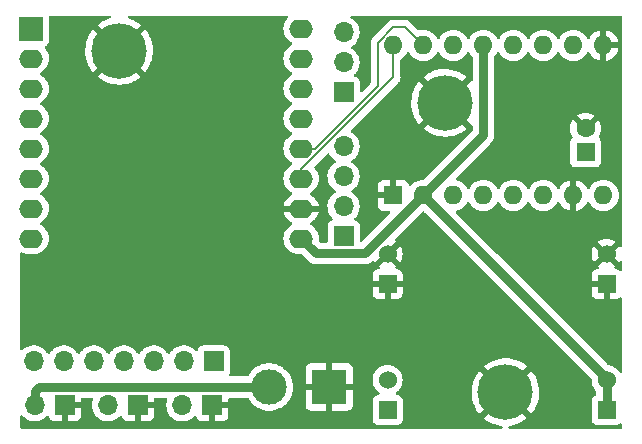
<source format=gbl>
%TF.GenerationSoftware,KiCad,Pcbnew,6.0.2+dfsg-1*%
%TF.CreationDate,2022-08-03T16:07:20+02:00*%
%TF.ProjectId,EspStepperV1,45737053-7465-4707-9065-7256312e6b69,rev?*%
%TF.SameCoordinates,Original*%
%TF.FileFunction,Copper,L2,Bot*%
%TF.FilePolarity,Positive*%
%FSLAX46Y46*%
G04 Gerber Fmt 4.6, Leading zero omitted, Abs format (unit mm)*
G04 Created by KiCad (PCBNEW 6.0.2+dfsg-1) date 2022-08-03 16:07:20*
%MOMM*%
%LPD*%
G01*
G04 APERTURE LIST*
%TA.AperFunction,ComponentPad*%
%ADD10C,1.600000*%
%TD*%
%TA.AperFunction,ComponentPad*%
%ADD11R,1.600000X1.600000*%
%TD*%
%TA.AperFunction,ComponentPad*%
%ADD12R,2.000000X2.000000*%
%TD*%
%TA.AperFunction,ComponentPad*%
%ADD13O,2.000000X1.600000*%
%TD*%
%TA.AperFunction,ComponentPad*%
%ADD14C,1.524000*%
%TD*%
%TA.AperFunction,ComponentPad*%
%ADD15R,1.524000X1.524000*%
%TD*%
%TA.AperFunction,ComponentPad*%
%ADD16O,1.600000X1.600000*%
%TD*%
%TA.AperFunction,ComponentPad*%
%ADD17R,1.700000X1.700000*%
%TD*%
%TA.AperFunction,ComponentPad*%
%ADD18O,1.700000X1.700000*%
%TD*%
%TA.AperFunction,ComponentPad*%
%ADD19R,3.000000X3.000000*%
%TD*%
%TA.AperFunction,ComponentPad*%
%ADD20C,3.000000*%
%TD*%
%TA.AperFunction,ComponentPad*%
%ADD21C,3.100000*%
%TD*%
%TA.AperFunction,ConnectorPad*%
%ADD22C,4.700000*%
%TD*%
%TA.AperFunction,Conductor*%
%ADD23C,0.800000*%
%TD*%
%TA.AperFunction,Conductor*%
%ADD24C,0.200000*%
%TD*%
G04 APERTURE END LIST*
D10*
%TO.P,C1,2*%
%TO.N,GND*%
X94500000Y-84355113D03*
D11*
%TO.P,C1,1*%
%TO.N,+12V*%
X94500000Y-86355113D03*
%TD*%
D12*
%TO.P,WeMos_D1,1,~{RST}*%
%TO.N,RST*%
X47555000Y-75910000D03*
D13*
%TO.P,WeMos_D1,2,A0*%
%TO.N,A0*%
X47555000Y-78450000D03*
%TO.P,WeMos_D1,3,D0*%
%TO.N,D0*%
X47555000Y-80990000D03*
%TO.P,WeMos_D1,4,SCK/D5*%
%TO.N,D5*%
X47555000Y-83530000D03*
%TO.P,WeMos_D1,5,MISO/D6*%
%TO.N,D6*%
X47555000Y-86070000D03*
%TO.P,WeMos_D1,6,MOSI/D7*%
%TO.N,D7*%
X47555000Y-88610000D03*
%TO.P,WeMos_D1,7,CS/D8*%
%TO.N,D8*%
X47555000Y-91150000D03*
%TO.P,WeMos_D1,8,3V3*%
%TO.N,+3V3*%
X47555000Y-93690000D03*
%TO.P,WeMos_D1,9,5V*%
%TO.N,+5V*%
X70415000Y-93690000D03*
%TO.P,WeMos_D1,10,GND*%
%TO.N,GND*%
X70415000Y-91150000D03*
%TO.P,WeMos_D1,11,D4*%
%TO.N,D4*%
X70415000Y-88610000D03*
%TO.P,WeMos_D1,12,D3*%
%TO.N,D3*%
X70415000Y-86070000D03*
%TO.P,WeMos_D1,13,SDA/D2*%
%TO.N,D2*%
X70415000Y-83530000D03*
%TO.P,WeMos_D1,14,SCL/D1*%
%TO.N,D1*%
X70415000Y-80990000D03*
%TO.P,WeMos_D1,15,RX*%
%TO.N,RX*%
X70415000Y-78450000D03*
%TO.P,WeMos_D1,16,TX*%
%TO.N,TX*%
X70415000Y-75910000D03*
%TD*%
D14*
%TO.P,MT1584,2,GND*%
%TO.N,GND*%
X77729000Y-94996000D03*
D15*
%TO.P,MT1584,1,Vin*%
%TO.N,+12V*%
X77729000Y-108204000D03*
D14*
%TO.P,MT1584,3,GND*%
%TO.N,GND*%
X96271000Y-94996000D03*
D15*
%TO.P,MT1584,4,Vout*%
%TO.N,+5V*%
X96271000Y-108204000D03*
%TO.P,MT1584,3,GND*%
%TO.N,GND*%
X96271000Y-97536000D03*
%TO.P,MT1584,2,GND*%
X77729000Y-97536000D03*
D14*
%TO.P,MT1584,1,Vin*%
%TO.N,+12V*%
X77729000Y-105664000D03*
%TO.P,MT1584,4,Vout*%
%TO.N,+5V*%
X96271000Y-105664000D03*
%TD*%
D16*
%TO.P,A4988,16,DIR*%
%TO.N,D4*%
X78210000Y-77340000D03*
%TO.P,A4988,15,STEP*%
%TO.N,D3*%
X80750000Y-77340000D03*
%TO.P,A4988,14,~{SLEEP}*%
%TO.N,D2*%
X83290000Y-77340000D03*
%TO.P,A4988,13,~{RESET}*%
%TO.N,+5V*%
X85830000Y-77340000D03*
%TO.P,A4988,12,MS3*%
%TO.N,MS3*%
X88370000Y-77340000D03*
%TO.P,A4988,11,MS2*%
%TO.N,MS2*%
X90910000Y-77340000D03*
%TO.P,A4988,10,MS1*%
%TO.N,MS1*%
X93450000Y-77340000D03*
%TO.P,A4988,9,~{ENABLE}*%
%TO.N,GND*%
X95990000Y-77340000D03*
%TO.P,A4988,8,VMOT*%
%TO.N,+12V*%
X95990000Y-90040000D03*
%TO.P,A4988,7,GND*%
%TO.N,GND*%
X93450000Y-90040000D03*
%TO.P,A4988,6,2B*%
%TO.N,2B*%
X90910000Y-90040000D03*
%TO.P,A4988,5,2A*%
%TO.N,2A*%
X88370000Y-90040000D03*
%TO.P,A4988,4,1A*%
%TO.N,1A*%
X85830000Y-90040000D03*
%TO.P,A4988,3,1B*%
%TO.N,1B*%
X83290000Y-90040000D03*
%TO.P,A4988,2,VDD*%
%TO.N,+5V*%
X80750000Y-90040000D03*
D11*
%TO.P,A4988,1,GND*%
%TO.N,GND*%
X78210000Y-90040000D03*
%TD*%
D17*
%TO.P,J4,1,Pin_1*%
%TO.N,D1*%
X74000000Y-81325000D03*
D18*
%TO.P,J4,2,Pin_2*%
%TO.N,RX*%
X74000000Y-78785000D03*
%TO.P,J4,3,Pin_3*%
%TO.N,TX*%
X74000000Y-76245000D03*
%TD*%
D17*
%TO.P,J7,1,Pin_1*%
%TO.N,GND*%
X62900000Y-107800000D03*
D18*
%TO.P,J7,2,Pin_2*%
%TO.N,+5V*%
X60360000Y-107800000D03*
%TD*%
D17*
%TO.P,J1,1,Pin_1*%
%TO.N,RST*%
X63000000Y-104100000D03*
D18*
%TO.P,J1,2,Pin_2*%
%TO.N,A0*%
X60460000Y-104100000D03*
%TO.P,J1,3,Pin_3*%
%TO.N,D0*%
X57920000Y-104100000D03*
%TO.P,J1,4,Pin_4*%
%TO.N,D5*%
X55380000Y-104100000D03*
%TO.P,J1,5,Pin_5*%
%TO.N,D6*%
X52840000Y-104100000D03*
%TO.P,J1,6,Pin_6*%
%TO.N,D7*%
X50300000Y-104100000D03*
%TO.P,J1,7,Pin_7*%
%TO.N,D8*%
X47760000Y-104100000D03*
%TD*%
D19*
%TO.P,J5,1,Pin_1*%
%TO.N,GND*%
X72790000Y-106250000D03*
D20*
%TO.P,J5,2,Pin_2*%
%TO.N,+12V*%
X67710000Y-106250000D03*
%TD*%
D17*
%TO.P,J6,1,Pin_1*%
%TO.N,GND*%
X50400000Y-107800000D03*
D18*
%TO.P,J6,2,Pin_2*%
%TO.N,+12V*%
X47860000Y-107800000D03*
%TD*%
D17*
%TO.P,J3,1,Pin_1*%
%TO.N,1A*%
X74000000Y-93500000D03*
D18*
%TO.P,J3,2,Pin_2*%
%TO.N,1B*%
X74000000Y-90960000D03*
%TO.P,J3,3,Pin_3*%
%TO.N,2A*%
X74000000Y-88420000D03*
%TO.P,J3,4,Pin_4*%
%TO.N,2B*%
X74000000Y-85880000D03*
%TD*%
%TO.P,J2,2,Pin_2*%
%TO.N,+3V3*%
X54060000Y-107800000D03*
D17*
%TO.P,J2,1,Pin_1*%
%TO.N,GND*%
X56600000Y-107800000D03*
%TD*%
D21*
%TO.P,H3,1,1*%
%TO.N,GND*%
X55000000Y-77800000D03*
D22*
X55000000Y-77800000D03*
%TD*%
%TO.P,H2,1,1*%
%TO.N,GND*%
X87700000Y-106700000D03*
D21*
X87700000Y-106700000D03*
%TD*%
D22*
%TO.P,H1,1,1*%
%TO.N,GND*%
X82600000Y-82200000D03*
D21*
X82600000Y-82200000D03*
%TD*%
D23*
%TO.N,+5V*%
X70415000Y-93690000D02*
X71674511Y-94949511D01*
X71674511Y-94949511D02*
X75840489Y-94949511D01*
X75840489Y-94949511D02*
X80750000Y-90040000D01*
X96271000Y-105664000D02*
X96271000Y-108204000D01*
X80750000Y-90040000D02*
X96271000Y-105561000D01*
X96271000Y-105561000D02*
X96271000Y-105664000D01*
D24*
%TO.N,D3*%
X70415000Y-86070000D02*
X71615000Y-86070000D01*
X71615000Y-86070000D02*
X76900000Y-80785000D01*
X76900000Y-80785000D02*
X76900000Y-77095056D01*
X76900000Y-77095056D02*
X78195056Y-75800000D01*
X78195056Y-75800000D02*
X79210000Y-75800000D01*
X79210000Y-75800000D02*
X80750000Y-77340000D01*
D23*
%TO.N,+5V*%
X85830000Y-77340000D02*
X85830000Y-84960000D01*
X85830000Y-84960000D02*
X80750000Y-90040000D01*
D24*
%TO.N,D4*%
X78210000Y-77340000D02*
X78210000Y-80044345D01*
X78210000Y-80044345D02*
X70415000Y-87839345D01*
X70415000Y-87839345D02*
X70415000Y-88610000D01*
D23*
%TO.N,+12V*%
X47860000Y-107800000D02*
X47860000Y-106597919D01*
X47860000Y-106597919D02*
X48207919Y-106250000D01*
X48207919Y-106250000D02*
X67710000Y-106250000D01*
%TD*%
%TA.AperFunction,Conductor*%
%TO.N,GND*%
G36*
X54226501Y-74828002D02*
G01*
X54272994Y-74881658D01*
X54283098Y-74951932D01*
X54253604Y-75016512D01*
X54199194Y-75053207D01*
X53921727Y-75148205D01*
X53915033Y-75150937D01*
X53624090Y-75289710D01*
X53617735Y-75293204D01*
X53344694Y-75464482D01*
X53338766Y-75468694D01*
X53180316Y-75595636D01*
X53171846Y-75607762D01*
X53178241Y-75619030D01*
X54252191Y-76692981D01*
X54987190Y-77427980D01*
X55001131Y-77435592D01*
X55002966Y-77435461D01*
X55009580Y-77431210D01*
X55747809Y-76692981D01*
X56820675Y-75620114D01*
X56828067Y-75606577D01*
X56821280Y-75596877D01*
X56733637Y-75522022D01*
X56727849Y-75517629D01*
X56460314Y-75337852D01*
X56454091Y-75334172D01*
X56167643Y-75186325D01*
X56161032Y-75183382D01*
X55859507Y-75069445D01*
X55852581Y-75067274D01*
X55808508Y-75056204D01*
X55747312Y-75020209D01*
X55715291Y-74956844D01*
X55722611Y-74886226D01*
X55766949Y-74830775D01*
X55839203Y-74808000D01*
X69162312Y-74808000D01*
X69230433Y-74828002D01*
X69276926Y-74881658D01*
X69287030Y-74951932D01*
X69257536Y-75016512D01*
X69251407Y-75023095D01*
X69208802Y-75065700D01*
X69205645Y-75070208D01*
X69205643Y-75070211D01*
X69178064Y-75109598D01*
X69077477Y-75253251D01*
X69075154Y-75258233D01*
X69075151Y-75258238D01*
X69021841Y-75372563D01*
X68980716Y-75460757D01*
X68979294Y-75466065D01*
X68979293Y-75466067D01*
X68938016Y-75620114D01*
X68921457Y-75681913D01*
X68901502Y-75910000D01*
X68921457Y-76138087D01*
X68922881Y-76143400D01*
X68922881Y-76143402D01*
X68973053Y-76330643D01*
X68980716Y-76359243D01*
X68983039Y-76364224D01*
X68983039Y-76364225D01*
X69075151Y-76561762D01*
X69075154Y-76561767D01*
X69077477Y-76566749D01*
X69080634Y-76571257D01*
X69205486Y-76749564D01*
X69208802Y-76754300D01*
X69370700Y-76916198D01*
X69375208Y-76919355D01*
X69375211Y-76919357D01*
X69435442Y-76961531D01*
X69558251Y-77047523D01*
X69563233Y-77049846D01*
X69563238Y-77049849D01*
X69597457Y-77065805D01*
X69650742Y-77112722D01*
X69670203Y-77180999D01*
X69649661Y-77248959D01*
X69597457Y-77294195D01*
X69563238Y-77310151D01*
X69563233Y-77310154D01*
X69558251Y-77312477D01*
X69497195Y-77355229D01*
X69375211Y-77440643D01*
X69375208Y-77440645D01*
X69370700Y-77443802D01*
X69208802Y-77605700D01*
X69205645Y-77610208D01*
X69205643Y-77610211D01*
X69178064Y-77649598D01*
X69077477Y-77793251D01*
X69075154Y-77798233D01*
X69075151Y-77798238D01*
X68985027Y-77991511D01*
X68980716Y-78000757D01*
X68979294Y-78006065D01*
X68979293Y-78006067D01*
X68930491Y-78188197D01*
X68921457Y-78221913D01*
X68901502Y-78450000D01*
X68921457Y-78678087D01*
X68980716Y-78899243D01*
X68983039Y-78904224D01*
X68983039Y-78904225D01*
X69075151Y-79101762D01*
X69075154Y-79101767D01*
X69077477Y-79106749D01*
X69080634Y-79111257D01*
X69198671Y-79279831D01*
X69208802Y-79294300D01*
X69370700Y-79456198D01*
X69375208Y-79459355D01*
X69375211Y-79459357D01*
X69420798Y-79491277D01*
X69558251Y-79587523D01*
X69563233Y-79589846D01*
X69563238Y-79589849D01*
X69597457Y-79605805D01*
X69650742Y-79652722D01*
X69670203Y-79720999D01*
X69649661Y-79788959D01*
X69597457Y-79834195D01*
X69563238Y-79850151D01*
X69563233Y-79850154D01*
X69558251Y-79852477D01*
X69465205Y-79917629D01*
X69375211Y-79980643D01*
X69375208Y-79980645D01*
X69370700Y-79983802D01*
X69208802Y-80145700D01*
X69077477Y-80333251D01*
X69075154Y-80338233D01*
X69075151Y-80338238D01*
X68995683Y-80508660D01*
X68980716Y-80540757D01*
X68921457Y-80761913D01*
X68901502Y-80990000D01*
X68921457Y-81218087D01*
X68922881Y-81223400D01*
X68922881Y-81223402D01*
X68937998Y-81279817D01*
X68980716Y-81439243D01*
X68983039Y-81444224D01*
X68983039Y-81444225D01*
X69075151Y-81641762D01*
X69075154Y-81641767D01*
X69077477Y-81646749D01*
X69080634Y-81651257D01*
X69204377Y-81827980D01*
X69208802Y-81834300D01*
X69370700Y-81996198D01*
X69375208Y-81999355D01*
X69375211Y-81999357D01*
X69453389Y-82054098D01*
X69558251Y-82127523D01*
X69563233Y-82129846D01*
X69563238Y-82129849D01*
X69597457Y-82145805D01*
X69650742Y-82192722D01*
X69670203Y-82260999D01*
X69649661Y-82328959D01*
X69597457Y-82374195D01*
X69563238Y-82390151D01*
X69563233Y-82390154D01*
X69558251Y-82392477D01*
X69453389Y-82465902D01*
X69375211Y-82520643D01*
X69375208Y-82520645D01*
X69370700Y-82523802D01*
X69208802Y-82685700D01*
X69077477Y-82873251D01*
X69075154Y-82878233D01*
X69075151Y-82878238D01*
X68983039Y-83075775D01*
X68980716Y-83080757D01*
X68979294Y-83086065D01*
X68979293Y-83086067D01*
X68970234Y-83119877D01*
X68921457Y-83301913D01*
X68901502Y-83530000D01*
X68921457Y-83758087D01*
X68922881Y-83763400D01*
X68922881Y-83763402D01*
X68974860Y-83957387D01*
X68980716Y-83979243D01*
X68983039Y-83984224D01*
X68983039Y-83984225D01*
X69075151Y-84181762D01*
X69075154Y-84181767D01*
X69077477Y-84186749D01*
X69080634Y-84191257D01*
X69199201Y-84360588D01*
X69208802Y-84374300D01*
X69370700Y-84536198D01*
X69375208Y-84539355D01*
X69375211Y-84539357D01*
X69417650Y-84569073D01*
X69558251Y-84667523D01*
X69563233Y-84669846D01*
X69563238Y-84669849D01*
X69597457Y-84685805D01*
X69650742Y-84732722D01*
X69670203Y-84800999D01*
X69649661Y-84868959D01*
X69597457Y-84914195D01*
X69563238Y-84930151D01*
X69563233Y-84930154D01*
X69558251Y-84932477D01*
X69455649Y-85004320D01*
X69375211Y-85060643D01*
X69375208Y-85060645D01*
X69370700Y-85063802D01*
X69208802Y-85225700D01*
X69205645Y-85230208D01*
X69205643Y-85230211D01*
X69165620Y-85287370D01*
X69077477Y-85413251D01*
X69075154Y-85418233D01*
X69075151Y-85418238D01*
X68983039Y-85615775D01*
X68980716Y-85620757D01*
X68979294Y-85626065D01*
X68979293Y-85626067D01*
X68972253Y-85652342D01*
X68921457Y-85841913D01*
X68901502Y-86070000D01*
X68921457Y-86298087D01*
X68922881Y-86303400D01*
X68922881Y-86303402D01*
X68943057Y-86378697D01*
X68980716Y-86519243D01*
X68983039Y-86524224D01*
X68983039Y-86524225D01*
X69075151Y-86721762D01*
X69075154Y-86721767D01*
X69077477Y-86726749D01*
X69208802Y-86914300D01*
X69370700Y-87076198D01*
X69375208Y-87079355D01*
X69375211Y-87079357D01*
X69453389Y-87134098D01*
X69558251Y-87207523D01*
X69563233Y-87209846D01*
X69563238Y-87209849D01*
X69597457Y-87225805D01*
X69650742Y-87272722D01*
X69670203Y-87340999D01*
X69649661Y-87408959D01*
X69597457Y-87454195D01*
X69563238Y-87470151D01*
X69563233Y-87470154D01*
X69558251Y-87472477D01*
X69460957Y-87540603D01*
X69375211Y-87600643D01*
X69375208Y-87600645D01*
X69370700Y-87603802D01*
X69208802Y-87765700D01*
X69077477Y-87953251D01*
X69075154Y-87958233D01*
X69075151Y-87958238D01*
X68983039Y-88155775D01*
X68980716Y-88160757D01*
X68921457Y-88381913D01*
X68901502Y-88610000D01*
X68921457Y-88838087D01*
X68922881Y-88843400D01*
X68922881Y-88843402D01*
X68973053Y-89030643D01*
X68980716Y-89059243D01*
X68983039Y-89064224D01*
X68983039Y-89064225D01*
X69075151Y-89261762D01*
X69075154Y-89261767D01*
X69077477Y-89266749D01*
X69080634Y-89271257D01*
X69162721Y-89388489D01*
X69208802Y-89454300D01*
X69370700Y-89616198D01*
X69375208Y-89619355D01*
X69375211Y-89619357D01*
X69453389Y-89674098D01*
X69558251Y-89747523D01*
X69563233Y-89749846D01*
X69563238Y-89749849D01*
X69598049Y-89766081D01*
X69651334Y-89812998D01*
X69670795Y-89881275D01*
X69650253Y-89949235D01*
X69598049Y-89994471D01*
X69563489Y-90010586D01*
X69553993Y-90016069D01*
X69375533Y-90141028D01*
X69367125Y-90148084D01*
X69213084Y-90302125D01*
X69206028Y-90310533D01*
X69081069Y-90488993D01*
X69075586Y-90498489D01*
X68983510Y-90695947D01*
X68979764Y-90706239D01*
X68933606Y-90878503D01*
X68933942Y-90892599D01*
X68941884Y-90896000D01*
X71882967Y-90896000D01*
X71896498Y-90892027D01*
X71897727Y-90883478D01*
X71850236Y-90706239D01*
X71846490Y-90695947D01*
X71754414Y-90498489D01*
X71748931Y-90488993D01*
X71623972Y-90310533D01*
X71616916Y-90302125D01*
X71462875Y-90148084D01*
X71454467Y-90141028D01*
X71276007Y-90016069D01*
X71266511Y-90010586D01*
X71231951Y-89994471D01*
X71178666Y-89947554D01*
X71159205Y-89879277D01*
X71179747Y-89811317D01*
X71231951Y-89766081D01*
X71266762Y-89749849D01*
X71266767Y-89749846D01*
X71271749Y-89747523D01*
X71376611Y-89674098D01*
X71454789Y-89619357D01*
X71454792Y-89619355D01*
X71459300Y-89616198D01*
X71621198Y-89454300D01*
X71667280Y-89388489D01*
X71749366Y-89271257D01*
X71752523Y-89266749D01*
X71754846Y-89261767D01*
X71754849Y-89261762D01*
X71846961Y-89064225D01*
X71846961Y-89064224D01*
X71849284Y-89059243D01*
X71856948Y-89030643D01*
X71907119Y-88843402D01*
X71907119Y-88843400D01*
X71908543Y-88838087D01*
X71928498Y-88610000D01*
X71908543Y-88381913D01*
X71849284Y-88160757D01*
X71846961Y-88155775D01*
X71754849Y-87958238D01*
X71754846Y-87958233D01*
X71752523Y-87953251D01*
X71621198Y-87765700D01*
X71574291Y-87718793D01*
X71540265Y-87656481D01*
X71545330Y-87585666D01*
X71574291Y-87540603D01*
X72608320Y-86506574D01*
X72670632Y-86472548D01*
X72741447Y-86477613D01*
X72798283Y-86520160D01*
X72804848Y-86529835D01*
X72897287Y-86680683D01*
X72897291Y-86680688D01*
X72899987Y-86685088D01*
X73046250Y-86853938D01*
X73218126Y-86996632D01*
X73288595Y-87037811D01*
X73291445Y-87039476D01*
X73340169Y-87091114D01*
X73353240Y-87160897D01*
X73326509Y-87226669D01*
X73286055Y-87260027D01*
X73273607Y-87266507D01*
X73269474Y-87269610D01*
X73269471Y-87269612D01*
X73099100Y-87397530D01*
X73094965Y-87400635D01*
X73076605Y-87419848D01*
X72965921Y-87535672D01*
X72940629Y-87562138D01*
X72937715Y-87566410D01*
X72937714Y-87566411D01*
X72871659Y-87663244D01*
X72814743Y-87746680D01*
X72720688Y-87949305D01*
X72660989Y-88164570D01*
X72637251Y-88386695D01*
X72637548Y-88391848D01*
X72637548Y-88391851D01*
X72643011Y-88486590D01*
X72650110Y-88609715D01*
X72651247Y-88614761D01*
X72651248Y-88614767D01*
X72668501Y-88691323D01*
X72699222Y-88827639D01*
X72783266Y-89034616D01*
X72834019Y-89117438D01*
X72896487Y-89219376D01*
X72899987Y-89225088D01*
X73046250Y-89393938D01*
X73218126Y-89536632D01*
X73288595Y-89577811D01*
X73291445Y-89579476D01*
X73340169Y-89631114D01*
X73353240Y-89700897D01*
X73326509Y-89766669D01*
X73286055Y-89800027D01*
X73273607Y-89806507D01*
X73269474Y-89809610D01*
X73269471Y-89809612D01*
X73128154Y-89915716D01*
X73094965Y-89940635D01*
X73091393Y-89944373D01*
X72965921Y-90075672D01*
X72940629Y-90102138D01*
X72814743Y-90286680D01*
X72799003Y-90320590D01*
X72723182Y-90483933D01*
X72720688Y-90489305D01*
X72660989Y-90704570D01*
X72637251Y-90926695D01*
X72637548Y-90931848D01*
X72637548Y-90931851D01*
X72645978Y-91078054D01*
X72650110Y-91149715D01*
X72651247Y-91154761D01*
X72651248Y-91154767D01*
X72671119Y-91242939D01*
X72699222Y-91367639D01*
X72783266Y-91574616D01*
X72899987Y-91765088D01*
X73046250Y-91933938D01*
X73050230Y-91937242D01*
X73054981Y-91941187D01*
X73094616Y-92000090D01*
X73096113Y-92071071D01*
X73058997Y-92131593D01*
X73018724Y-92156112D01*
X72903295Y-92199385D01*
X72786739Y-92286739D01*
X72699385Y-92403295D01*
X72648255Y-92539684D01*
X72641500Y-92601866D01*
X72641500Y-93915011D01*
X72621498Y-93983132D01*
X72567842Y-94029625D01*
X72515500Y-94041011D01*
X72103014Y-94041011D01*
X72034893Y-94021009D01*
X72013919Y-94004106D01*
X71951647Y-93941834D01*
X71917621Y-93879522D01*
X71915221Y-93841757D01*
X71928019Y-93695475D01*
X71928498Y-93690000D01*
X71908543Y-93461913D01*
X71849284Y-93240757D01*
X71846961Y-93235775D01*
X71754849Y-93038238D01*
X71754846Y-93038233D01*
X71752523Y-93033251D01*
X71621198Y-92845700D01*
X71459300Y-92683802D01*
X71454792Y-92680645D01*
X71454789Y-92680643D01*
X71376611Y-92625902D01*
X71271749Y-92552477D01*
X71266767Y-92550154D01*
X71266762Y-92550151D01*
X71231951Y-92533919D01*
X71178666Y-92487002D01*
X71159205Y-92418725D01*
X71179747Y-92350765D01*
X71231951Y-92305529D01*
X71266511Y-92289414D01*
X71276007Y-92283931D01*
X71454467Y-92158972D01*
X71462875Y-92151916D01*
X71616916Y-91997875D01*
X71623972Y-91989467D01*
X71748931Y-91811007D01*
X71754414Y-91801511D01*
X71846490Y-91604053D01*
X71850236Y-91593761D01*
X71896394Y-91421497D01*
X71896058Y-91407401D01*
X71888116Y-91404000D01*
X68947033Y-91404000D01*
X68933502Y-91407973D01*
X68932273Y-91416522D01*
X68979764Y-91593761D01*
X68983510Y-91604053D01*
X69075586Y-91801511D01*
X69081069Y-91811007D01*
X69206028Y-91989467D01*
X69213084Y-91997875D01*
X69367125Y-92151916D01*
X69375533Y-92158972D01*
X69553993Y-92283931D01*
X69563489Y-92289414D01*
X69598049Y-92305529D01*
X69651334Y-92352446D01*
X69670795Y-92420723D01*
X69650253Y-92488683D01*
X69598049Y-92533919D01*
X69563238Y-92550151D01*
X69563233Y-92550154D01*
X69558251Y-92552477D01*
X69453389Y-92625902D01*
X69375211Y-92680643D01*
X69375208Y-92680645D01*
X69370700Y-92683802D01*
X69208802Y-92845700D01*
X69077477Y-93033251D01*
X69075154Y-93038233D01*
X69075151Y-93038238D01*
X68983039Y-93235775D01*
X68980716Y-93240757D01*
X68921457Y-93461913D01*
X68901502Y-93690000D01*
X68921457Y-93918087D01*
X68922881Y-93923400D01*
X68922881Y-93923402D01*
X68954395Y-94041011D01*
X68980716Y-94139243D01*
X68983039Y-94144224D01*
X68983039Y-94144225D01*
X69075151Y-94341762D01*
X69075154Y-94341767D01*
X69077477Y-94346749D01*
X69208802Y-94534300D01*
X69370700Y-94696198D01*
X69375208Y-94699355D01*
X69375211Y-94699357D01*
X69453389Y-94754098D01*
X69558251Y-94827523D01*
X69563233Y-94829846D01*
X69563238Y-94829849D01*
X69746057Y-94915098D01*
X69765757Y-94924284D01*
X69771065Y-94925706D01*
X69771067Y-94925707D01*
X69981598Y-94982119D01*
X69981600Y-94982119D01*
X69986913Y-94983543D01*
X70086480Y-94992254D01*
X70155149Y-94998262D01*
X70155156Y-94998262D01*
X70157873Y-94998500D01*
X70386497Y-94998500D01*
X70454618Y-95018502D01*
X70475592Y-95035405D01*
X70974530Y-95534343D01*
X70987371Y-95549376D01*
X70995645Y-95560764D01*
X71000554Y-95565184D01*
X71046470Y-95606527D01*
X71051255Y-95611068D01*
X71065770Y-95625583D01*
X71072874Y-95631336D01*
X71081727Y-95638505D01*
X71086742Y-95642789D01*
X71132656Y-95684130D01*
X71132661Y-95684134D01*
X71137567Y-95688551D01*
X71143283Y-95691851D01*
X71143287Y-95691854D01*
X71149748Y-95695584D01*
X71166044Y-95706784D01*
X71176981Y-95715640D01*
X71182859Y-95718635D01*
X71182862Y-95718637D01*
X71237937Y-95746699D01*
X71243734Y-95749847D01*
X71297232Y-95780734D01*
X71302955Y-95784038D01*
X71316337Y-95788386D01*
X71334596Y-95795949D01*
X71347141Y-95802341D01*
X71353511Y-95804048D01*
X71353514Y-95804049D01*
X71392585Y-95814518D01*
X71413223Y-95820048D01*
X71419536Y-95821918D01*
X71484583Y-95843053D01*
X71498586Y-95844525D01*
X71518015Y-95848126D01*
X71531608Y-95851768D01*
X71538205Y-95852114D01*
X71538207Y-95852114D01*
X71599895Y-95855347D01*
X71606469Y-95855864D01*
X71623627Y-95857667D01*
X71623629Y-95857667D01*
X71626901Y-95858011D01*
X71647437Y-95858011D01*
X71654031Y-95858184D01*
X71715729Y-95861418D01*
X71715734Y-95861418D01*
X71722321Y-95861763D01*
X71728837Y-95860731D01*
X71728838Y-95860731D01*
X71736218Y-95859562D01*
X71755928Y-95858011D01*
X75759072Y-95858011D01*
X75778781Y-95859562D01*
X75792679Y-95861763D01*
X75799266Y-95861418D01*
X75799271Y-95861418D01*
X75860969Y-95858184D01*
X75867563Y-95858011D01*
X75888099Y-95858011D01*
X75891371Y-95857667D01*
X75891373Y-95857667D01*
X75908531Y-95855864D01*
X75915105Y-95855347D01*
X75976797Y-95852114D01*
X75976801Y-95852113D01*
X75983392Y-95851768D01*
X75989773Y-95850058D01*
X75989775Y-95850058D01*
X75996980Y-95848128D01*
X76016414Y-95844526D01*
X76023843Y-95843745D01*
X76023852Y-95843743D01*
X76030417Y-95843053D01*
X76095486Y-95821911D01*
X76101788Y-95820044D01*
X76167859Y-95802340D01*
X76180397Y-95795951D01*
X76198663Y-95788386D01*
X76205761Y-95786080D01*
X76205763Y-95786079D01*
X76212045Y-95784038D01*
X76271274Y-95749842D01*
X76277068Y-95746696D01*
X76338019Y-95715640D01*
X76348956Y-95706784D01*
X76365252Y-95695584D01*
X76371713Y-95691854D01*
X76371717Y-95691851D01*
X76377433Y-95688551D01*
X76382339Y-95684134D01*
X76382344Y-95684130D01*
X76428258Y-95642789D01*
X76433273Y-95638505D01*
X76446660Y-95627664D01*
X76446666Y-95627659D01*
X76447963Y-95626609D01*
X76447965Y-95626608D01*
X76449229Y-95625584D01*
X76449472Y-95625884D01*
X76511687Y-95596016D01*
X76582141Y-95604771D01*
X76635221Y-95648098D01*
X76658794Y-95681765D01*
X76669271Y-95690140D01*
X76682718Y-95683072D01*
X77368658Y-94997132D01*
X78093408Y-94997132D01*
X78093539Y-94998965D01*
X78097790Y-95005580D01*
X78776003Y-95683793D01*
X78787777Y-95690223D01*
X78799793Y-95680926D01*
X78829897Y-95637932D01*
X78835377Y-95628441D01*
X78924645Y-95437007D01*
X78928391Y-95426715D01*
X78983059Y-95222691D01*
X78984962Y-95211896D01*
X79003372Y-95001475D01*
X79003372Y-94990525D01*
X78984962Y-94780104D01*
X78983059Y-94769309D01*
X78928391Y-94565285D01*
X78924645Y-94554993D01*
X78835377Y-94363559D01*
X78829897Y-94354068D01*
X78799206Y-94310235D01*
X78788729Y-94301860D01*
X78775282Y-94308928D01*
X78101022Y-94983188D01*
X78093408Y-94997132D01*
X77368658Y-94997132D01*
X78416793Y-93948997D01*
X78423223Y-93937223D01*
X78413928Y-93925209D01*
X78381467Y-93902480D01*
X78337138Y-93847023D01*
X78329829Y-93776404D01*
X78364642Y-93710171D01*
X80660905Y-91413908D01*
X80723217Y-91379882D01*
X80794032Y-91384947D01*
X80839095Y-91413908D01*
X94961626Y-105536439D01*
X94995652Y-105598751D01*
X94998051Y-105636517D01*
X94996126Y-105658516D01*
X94996126Y-105658525D01*
X94995647Y-105664000D01*
X95015022Y-105885463D01*
X95043500Y-105991742D01*
X95065315Y-106073156D01*
X95072560Y-106100196D01*
X95074882Y-106105177D01*
X95074883Y-106105178D01*
X95164186Y-106296689D01*
X95164189Y-106296694D01*
X95166512Y-106301676D01*
X95169668Y-106306183D01*
X95169669Y-106306185D01*
X95273882Y-106455016D01*
X95294023Y-106483781D01*
X95325595Y-106515353D01*
X95359621Y-106577665D01*
X95362500Y-106604448D01*
X95362500Y-106866492D01*
X95342498Y-106934613D01*
X95288842Y-106981106D01*
X95280732Y-106984473D01*
X95270699Y-106988234D01*
X95270696Y-106988236D01*
X95262295Y-106991385D01*
X95255116Y-106996765D01*
X95255113Y-106996767D01*
X95169433Y-107060981D01*
X95145739Y-107078739D01*
X95058385Y-107195295D01*
X95007255Y-107331684D01*
X95000500Y-107393866D01*
X95000500Y-109014134D01*
X95007255Y-109076316D01*
X95058385Y-109212705D01*
X95145739Y-109329261D01*
X95262295Y-109416615D01*
X95398684Y-109467745D01*
X95460866Y-109474500D01*
X97081134Y-109474500D01*
X97143316Y-109467745D01*
X97279705Y-109416615D01*
X97390436Y-109333627D01*
X97456941Y-109308779D01*
X97526324Y-109323832D01*
X97576554Y-109374006D01*
X97592000Y-109434453D01*
X97592000Y-109666000D01*
X97571998Y-109734121D01*
X97518342Y-109780614D01*
X97466000Y-109792000D01*
X88067042Y-109792000D01*
X87998921Y-109771998D01*
X87952428Y-109718342D01*
X87942324Y-109648068D01*
X87971818Y-109583488D01*
X88031544Y-109545104D01*
X88051656Y-109541509D01*
X88051588Y-109540970D01*
X88062387Y-109539606D01*
X88379319Y-109480866D01*
X88386349Y-109479139D01*
X88694445Y-109384356D01*
X88701222Y-109381836D01*
X88996389Y-109252267D01*
X89002829Y-109248986D01*
X89281143Y-109086352D01*
X89287176Y-109082343D01*
X89521689Y-108906266D01*
X89530143Y-108894939D01*
X89523398Y-108882609D01*
X87712810Y-107072020D01*
X87698869Y-107064408D01*
X87697034Y-107064539D01*
X87690420Y-107068790D01*
X85877663Y-108881548D01*
X85870049Y-108895492D01*
X85870067Y-108895745D01*
X85875981Y-108904488D01*
X85895672Y-108922405D01*
X85901304Y-108926966D01*
X86163062Y-109115058D01*
X86169192Y-109118948D01*
X86450831Y-109275706D01*
X86457351Y-109278858D01*
X86755151Y-109402211D01*
X86762002Y-109404597D01*
X87071989Y-109492899D01*
X87079078Y-109494484D01*
X87367140Y-109541656D01*
X87431133Y-109572404D01*
X87468344Y-109632868D01*
X87466958Y-109703851D01*
X87427416Y-109762817D01*
X87362272Y-109791044D01*
X87346778Y-109792000D01*
X46734000Y-109792000D01*
X46665879Y-109771998D01*
X46619386Y-109718342D01*
X46608000Y-109666000D01*
X46608000Y-108767530D01*
X46628002Y-108699409D01*
X46681658Y-108652916D01*
X46751932Y-108642812D01*
X46816512Y-108672306D01*
X46829237Y-108685033D01*
X46900699Y-108767530D01*
X46906250Y-108773938D01*
X47078126Y-108916632D01*
X47271000Y-109029338D01*
X47479692Y-109109030D01*
X47484760Y-109110061D01*
X47484763Y-109110062D01*
X47592017Y-109131883D01*
X47698597Y-109153567D01*
X47703772Y-109153757D01*
X47703774Y-109153757D01*
X47916673Y-109161564D01*
X47916677Y-109161564D01*
X47921837Y-109161753D01*
X47926957Y-109161097D01*
X47926959Y-109161097D01*
X48138288Y-109134025D01*
X48138289Y-109134025D01*
X48143416Y-109133368D01*
X48204446Y-109115058D01*
X48352429Y-109070661D01*
X48352434Y-109070659D01*
X48357384Y-109069174D01*
X48557994Y-108970896D01*
X48739860Y-108841173D01*
X48807331Y-108773938D01*
X48848479Y-108732933D01*
X48910851Y-108699017D01*
X48981658Y-108704205D01*
X49038419Y-108746851D01*
X49055401Y-108777954D01*
X49096676Y-108888054D01*
X49105214Y-108903649D01*
X49181715Y-109005724D01*
X49194276Y-109018285D01*
X49296351Y-109094786D01*
X49311946Y-109103324D01*
X49432394Y-109148478D01*
X49447649Y-109152105D01*
X49498514Y-109157631D01*
X49505328Y-109158000D01*
X50127885Y-109158000D01*
X50143124Y-109153525D01*
X50144329Y-109152135D01*
X50146000Y-109144452D01*
X50146000Y-109139884D01*
X50654000Y-109139884D01*
X50658475Y-109155123D01*
X50659865Y-109156328D01*
X50667548Y-109157999D01*
X51294669Y-109157999D01*
X51301490Y-109157629D01*
X51352352Y-109152105D01*
X51367604Y-109148479D01*
X51488054Y-109103324D01*
X51503649Y-109094786D01*
X51605724Y-109018285D01*
X51618285Y-109005724D01*
X51694786Y-108903649D01*
X51703324Y-108888054D01*
X51748478Y-108767606D01*
X51752105Y-108752351D01*
X51757631Y-108701486D01*
X51758000Y-108694672D01*
X51758000Y-108072115D01*
X51753525Y-108056876D01*
X51752135Y-108055671D01*
X51744452Y-108054000D01*
X50672115Y-108054000D01*
X50656876Y-108058475D01*
X50655671Y-108059865D01*
X50654000Y-108067548D01*
X50654000Y-109139884D01*
X50146000Y-109139884D01*
X50146000Y-107672000D01*
X50166002Y-107603879D01*
X50219658Y-107557386D01*
X50272000Y-107546000D01*
X51739884Y-107546000D01*
X51755123Y-107541525D01*
X51756328Y-107540135D01*
X51757999Y-107532452D01*
X51757999Y-107284500D01*
X51778001Y-107216379D01*
X51831657Y-107169886D01*
X51883999Y-107158500D01*
X52663367Y-107158500D01*
X52731488Y-107178502D01*
X52777981Y-107232158D01*
X52788085Y-107302432D01*
X52782009Y-107326458D01*
X52780688Y-107329305D01*
X52720989Y-107544570D01*
X52697251Y-107766695D01*
X52697548Y-107771848D01*
X52697548Y-107771851D01*
X52705806Y-107915073D01*
X52710110Y-107989715D01*
X52711247Y-107994761D01*
X52711248Y-107994767D01*
X52725606Y-108058475D01*
X52759222Y-108207639D01*
X52780660Y-108260434D01*
X52838903Y-108403870D01*
X52843266Y-108414616D01*
X52959987Y-108605088D01*
X53106250Y-108773938D01*
X53278126Y-108916632D01*
X53471000Y-109029338D01*
X53679692Y-109109030D01*
X53684760Y-109110061D01*
X53684763Y-109110062D01*
X53792017Y-109131883D01*
X53898597Y-109153567D01*
X53903772Y-109153757D01*
X53903774Y-109153757D01*
X54116673Y-109161564D01*
X54116677Y-109161564D01*
X54121837Y-109161753D01*
X54126957Y-109161097D01*
X54126959Y-109161097D01*
X54338288Y-109134025D01*
X54338289Y-109134025D01*
X54343416Y-109133368D01*
X54404446Y-109115058D01*
X54552429Y-109070661D01*
X54552434Y-109070659D01*
X54557384Y-109069174D01*
X54757994Y-108970896D01*
X54939860Y-108841173D01*
X55007331Y-108773938D01*
X55048479Y-108732933D01*
X55110851Y-108699017D01*
X55181658Y-108704205D01*
X55238419Y-108746851D01*
X55255401Y-108777954D01*
X55296676Y-108888054D01*
X55305214Y-108903649D01*
X55381715Y-109005724D01*
X55394276Y-109018285D01*
X55496351Y-109094786D01*
X55511946Y-109103324D01*
X55632394Y-109148478D01*
X55647649Y-109152105D01*
X55698514Y-109157631D01*
X55705328Y-109158000D01*
X56327885Y-109158000D01*
X56343124Y-109153525D01*
X56344329Y-109152135D01*
X56346000Y-109144452D01*
X56346000Y-109139884D01*
X56854000Y-109139884D01*
X56858475Y-109155123D01*
X56859865Y-109156328D01*
X56867548Y-109157999D01*
X57494669Y-109157999D01*
X57501490Y-109157629D01*
X57552352Y-109152105D01*
X57567604Y-109148479D01*
X57688054Y-109103324D01*
X57703649Y-109094786D01*
X57805724Y-109018285D01*
X57818285Y-109005724D01*
X57894786Y-108903649D01*
X57903324Y-108888054D01*
X57948478Y-108767606D01*
X57952105Y-108752351D01*
X57957631Y-108701486D01*
X57958000Y-108694672D01*
X57958000Y-108072115D01*
X57953525Y-108056876D01*
X57952135Y-108055671D01*
X57944452Y-108054000D01*
X56872115Y-108054000D01*
X56856876Y-108058475D01*
X56855671Y-108059865D01*
X56854000Y-108067548D01*
X56854000Y-109139884D01*
X56346000Y-109139884D01*
X56346000Y-107672000D01*
X56366002Y-107603879D01*
X56419658Y-107557386D01*
X56472000Y-107546000D01*
X57939884Y-107546000D01*
X57955123Y-107541525D01*
X57956328Y-107540135D01*
X57957999Y-107532452D01*
X57957999Y-107284500D01*
X57978001Y-107216379D01*
X58031657Y-107169886D01*
X58083999Y-107158500D01*
X58963367Y-107158500D01*
X59031488Y-107178502D01*
X59077981Y-107232158D01*
X59088085Y-107302432D01*
X59082009Y-107326458D01*
X59080688Y-107329305D01*
X59020989Y-107544570D01*
X58997251Y-107766695D01*
X58997548Y-107771848D01*
X58997548Y-107771851D01*
X59005806Y-107915073D01*
X59010110Y-107989715D01*
X59011247Y-107994761D01*
X59011248Y-107994767D01*
X59025606Y-108058475D01*
X59059222Y-108207639D01*
X59080660Y-108260434D01*
X59138903Y-108403870D01*
X59143266Y-108414616D01*
X59259987Y-108605088D01*
X59406250Y-108773938D01*
X59578126Y-108916632D01*
X59771000Y-109029338D01*
X59979692Y-109109030D01*
X59984760Y-109110061D01*
X59984763Y-109110062D01*
X60092017Y-109131883D01*
X60198597Y-109153567D01*
X60203772Y-109153757D01*
X60203774Y-109153757D01*
X60416673Y-109161564D01*
X60416677Y-109161564D01*
X60421837Y-109161753D01*
X60426957Y-109161097D01*
X60426959Y-109161097D01*
X60638288Y-109134025D01*
X60638289Y-109134025D01*
X60643416Y-109133368D01*
X60704446Y-109115058D01*
X60852429Y-109070661D01*
X60852434Y-109070659D01*
X60857384Y-109069174D01*
X61057994Y-108970896D01*
X61239860Y-108841173D01*
X61307331Y-108773938D01*
X61348479Y-108732933D01*
X61410851Y-108699017D01*
X61481658Y-108704205D01*
X61538419Y-108746851D01*
X61555401Y-108777954D01*
X61596676Y-108888054D01*
X61605214Y-108903649D01*
X61681715Y-109005724D01*
X61694276Y-109018285D01*
X61796351Y-109094786D01*
X61811946Y-109103324D01*
X61932394Y-109148478D01*
X61947649Y-109152105D01*
X61998514Y-109157631D01*
X62005328Y-109158000D01*
X62627885Y-109158000D01*
X62643124Y-109153525D01*
X62644329Y-109152135D01*
X62646000Y-109144452D01*
X62646000Y-109139884D01*
X63154000Y-109139884D01*
X63158475Y-109155123D01*
X63159865Y-109156328D01*
X63167548Y-109157999D01*
X63794669Y-109157999D01*
X63801490Y-109157629D01*
X63852352Y-109152105D01*
X63867604Y-109148479D01*
X63988054Y-109103324D01*
X64003649Y-109094786D01*
X64105724Y-109018285D01*
X64118285Y-109005724D01*
X64194786Y-108903649D01*
X64203324Y-108888054D01*
X64248478Y-108767606D01*
X64252105Y-108752351D01*
X64257631Y-108701486D01*
X64258000Y-108694672D01*
X64258000Y-108072115D01*
X64253525Y-108056876D01*
X64252135Y-108055671D01*
X64244452Y-108054000D01*
X63172115Y-108054000D01*
X63156876Y-108058475D01*
X63155671Y-108059865D01*
X63154000Y-108067548D01*
X63154000Y-109139884D01*
X62646000Y-109139884D01*
X62646000Y-107672000D01*
X62666002Y-107603879D01*
X62719658Y-107557386D01*
X62772000Y-107546000D01*
X64239884Y-107546000D01*
X64255123Y-107541525D01*
X64256328Y-107540135D01*
X64257999Y-107532452D01*
X64257999Y-107284500D01*
X64278001Y-107216379D01*
X64331657Y-107169886D01*
X64383999Y-107158500D01*
X65841000Y-107158500D01*
X65909121Y-107178502D01*
X65953565Y-107227885D01*
X65977160Y-107274799D01*
X65979586Y-107278328D01*
X65979589Y-107278334D01*
X66056658Y-107390469D01*
X66132274Y-107500490D01*
X66316582Y-107703043D01*
X66526675Y-107878707D01*
X66530316Y-107880991D01*
X66755024Y-108021951D01*
X66755028Y-108021953D01*
X66758664Y-108024234D01*
X66824588Y-108054000D01*
X67004345Y-108135164D01*
X67004349Y-108135166D01*
X67008257Y-108136930D01*
X67012377Y-108138150D01*
X67012376Y-108138150D01*
X67266723Y-108213491D01*
X67266727Y-108213492D01*
X67270836Y-108214709D01*
X67275070Y-108215357D01*
X67275075Y-108215358D01*
X67537298Y-108255483D01*
X67537300Y-108255483D01*
X67541540Y-108256132D01*
X67680912Y-108258322D01*
X67811071Y-108260367D01*
X67811077Y-108260367D01*
X67815362Y-108260434D01*
X68087235Y-108227534D01*
X68352127Y-108158041D01*
X68356087Y-108156401D01*
X68356092Y-108156399D01*
X68559570Y-108072115D01*
X68605136Y-108053241D01*
X68841582Y-107915073D01*
X68995139Y-107794669D01*
X70782001Y-107794669D01*
X70782371Y-107801490D01*
X70787895Y-107852352D01*
X70791521Y-107867604D01*
X70836676Y-107988054D01*
X70845214Y-108003649D01*
X70921715Y-108105724D01*
X70934276Y-108118285D01*
X71036351Y-108194786D01*
X71051946Y-108203324D01*
X71172394Y-108248478D01*
X71187649Y-108252105D01*
X71238514Y-108257631D01*
X71245328Y-108258000D01*
X72517885Y-108258000D01*
X72533124Y-108253525D01*
X72534329Y-108252135D01*
X72536000Y-108244452D01*
X72536000Y-108239884D01*
X73044000Y-108239884D01*
X73048475Y-108255123D01*
X73049865Y-108256328D01*
X73057548Y-108257999D01*
X74334669Y-108257999D01*
X74341490Y-108257629D01*
X74392352Y-108252105D01*
X74407604Y-108248479D01*
X74528054Y-108203324D01*
X74543649Y-108194786D01*
X74645724Y-108118285D01*
X74658285Y-108105724D01*
X74734786Y-108003649D01*
X74743324Y-107988054D01*
X74788478Y-107867606D01*
X74792105Y-107852351D01*
X74797631Y-107801486D01*
X74798000Y-107794672D01*
X74798000Y-106522115D01*
X74793525Y-106506876D01*
X74792135Y-106505671D01*
X74784452Y-106504000D01*
X73062115Y-106504000D01*
X73046876Y-106508475D01*
X73045671Y-106509865D01*
X73044000Y-106517548D01*
X73044000Y-108239884D01*
X72536000Y-108239884D01*
X72536000Y-106522115D01*
X72531525Y-106506876D01*
X72530135Y-106505671D01*
X72522452Y-106504000D01*
X70800116Y-106504000D01*
X70784877Y-106508475D01*
X70783672Y-106509865D01*
X70782001Y-106517548D01*
X70782001Y-107794669D01*
X68995139Y-107794669D01*
X69057089Y-107746094D01*
X69098809Y-107703043D01*
X69210247Y-107588047D01*
X69247669Y-107549431D01*
X69250202Y-107545983D01*
X69250206Y-107545978D01*
X69407257Y-107332178D01*
X69409795Y-107328723D01*
X69437154Y-107278334D01*
X69538418Y-107091830D01*
X69538419Y-107091828D01*
X69540468Y-107088054D01*
X69595721Y-106941831D01*
X69635751Y-106835895D01*
X69635752Y-106835891D01*
X69637269Y-106831877D01*
X69698407Y-106564933D01*
X69699539Y-106552258D01*
X69722531Y-106294627D01*
X69722531Y-106294625D01*
X69722751Y-106292161D01*
X69723193Y-106250000D01*
X69721582Y-106226363D01*
X69704859Y-105981055D01*
X69704858Y-105981049D01*
X69704642Y-105977885D01*
X70782000Y-105977885D01*
X70786475Y-105993124D01*
X70787865Y-105994329D01*
X70795548Y-105996000D01*
X72517885Y-105996000D01*
X72533124Y-105991525D01*
X72534329Y-105990135D01*
X72536000Y-105982452D01*
X72536000Y-105977885D01*
X73044000Y-105977885D01*
X73048475Y-105993124D01*
X73049865Y-105994329D01*
X73057548Y-105996000D01*
X74779884Y-105996000D01*
X74795123Y-105991525D01*
X74796328Y-105990135D01*
X74797999Y-105982452D01*
X74797999Y-105664000D01*
X76453647Y-105664000D01*
X76473022Y-105885463D01*
X76501500Y-105991742D01*
X76523315Y-106073156D01*
X76530560Y-106100196D01*
X76532882Y-106105177D01*
X76532883Y-106105178D01*
X76622186Y-106296689D01*
X76622189Y-106296694D01*
X76624512Y-106301676D01*
X76627668Y-106306183D01*
X76627669Y-106306185D01*
X76731882Y-106455016D01*
X76752023Y-106483781D01*
X76909219Y-106640977D01*
X76913727Y-106644134D01*
X76913730Y-106644136D01*
X76949837Y-106669418D01*
X76989277Y-106697034D01*
X76999635Y-106704287D01*
X77043963Y-106759744D01*
X77051272Y-106830363D01*
X77019241Y-106893724D01*
X76958040Y-106929709D01*
X76927364Y-106933500D01*
X76918866Y-106933500D01*
X76856684Y-106940255D01*
X76720295Y-106991385D01*
X76603739Y-107078739D01*
X76516385Y-107195295D01*
X76465255Y-107331684D01*
X76458500Y-107393866D01*
X76458500Y-109014134D01*
X76465255Y-109076316D01*
X76516385Y-109212705D01*
X76603739Y-109329261D01*
X76720295Y-109416615D01*
X76856684Y-109467745D01*
X76918866Y-109474500D01*
X78539134Y-109474500D01*
X78601316Y-109467745D01*
X78737705Y-109416615D01*
X78854261Y-109329261D01*
X78941615Y-109212705D01*
X78992745Y-109076316D01*
X78999500Y-109014134D01*
X78999500Y-107393866D01*
X78992745Y-107331684D01*
X78941615Y-107195295D01*
X78854261Y-107078739D01*
X78737705Y-106991385D01*
X78601316Y-106940255D01*
X78539134Y-106933500D01*
X78530636Y-106933500D01*
X78462515Y-106913498D01*
X78416022Y-106859842D01*
X78405918Y-106789568D01*
X78435412Y-106724988D01*
X78458365Y-106704287D01*
X78468724Y-106697034D01*
X78508163Y-106669418D01*
X78544270Y-106644136D01*
X78544273Y-106644134D01*
X78548781Y-106640977D01*
X78576050Y-106613708D01*
X84838665Y-106613708D01*
X84847102Y-106935932D01*
X84847708Y-106943148D01*
X84893126Y-107262264D01*
X84894560Y-107269375D01*
X84976356Y-107581164D01*
X84978593Y-107588047D01*
X85095679Y-107888358D01*
X85098699Y-107894956D01*
X85249532Y-108179831D01*
X85253278Y-108186016D01*
X85435856Y-108451668D01*
X85440291Y-108457387D01*
X85495061Y-108520170D01*
X85508233Y-108528573D01*
X85518084Y-108522705D01*
X87327980Y-106712810D01*
X87334357Y-106701131D01*
X88064408Y-106701131D01*
X88064539Y-106702966D01*
X88068790Y-106709580D01*
X89879776Y-108520565D01*
X89893130Y-108527857D01*
X89903102Y-108520803D01*
X89996013Y-108409681D01*
X90000329Y-108403870D01*
X90177308Y-108134447D01*
X90180922Y-108128185D01*
X90325759Y-107840208D01*
X90328632Y-107833570D01*
X90439407Y-107530864D01*
X90441503Y-107523923D01*
X90516751Y-107210495D01*
X90518035Y-107203356D01*
X90556858Y-106882538D01*
X90557282Y-106876968D01*
X90562755Y-106702797D01*
X90562682Y-106697204D01*
X90544079Y-106374573D01*
X90543247Y-106367383D01*
X90487828Y-106049840D01*
X90486173Y-106042785D01*
X90394627Y-105733733D01*
X90392170Y-105726908D01*
X90265706Y-105430417D01*
X90262485Y-105423928D01*
X90102773Y-105143924D01*
X90098841Y-105137869D01*
X89908003Y-104878075D01*
X89906760Y-104876573D01*
X89894037Y-104869007D01*
X89893431Y-104869028D01*
X89884951Y-104874260D01*
X88072020Y-106687190D01*
X88064408Y-106701131D01*
X87334357Y-106701131D01*
X87335592Y-106698869D01*
X87335461Y-106697034D01*
X87331210Y-106690420D01*
X85519218Y-104878429D01*
X85506425Y-104871443D01*
X85495671Y-104879308D01*
X85351419Y-105063280D01*
X85347284Y-105069229D01*
X85178856Y-105344078D01*
X85175445Y-105350439D01*
X85039724Y-105642826D01*
X85037056Y-105649564D01*
X84935845Y-105955596D01*
X84933969Y-105962600D01*
X84868604Y-106278237D01*
X84867547Y-106285398D01*
X84838893Y-106606455D01*
X84838665Y-106613708D01*
X78576050Y-106613708D01*
X78705977Y-106483781D01*
X78726119Y-106455016D01*
X78830331Y-106306185D01*
X78830332Y-106306183D01*
X78833488Y-106301676D01*
X78835811Y-106296694D01*
X78835814Y-106296689D01*
X78925117Y-106105178D01*
X78925118Y-106105177D01*
X78927440Y-106100196D01*
X78934686Y-106073156D01*
X78956500Y-105991742D01*
X78984978Y-105885463D01*
X79004353Y-105664000D01*
X78984978Y-105442537D01*
X78932969Y-105248439D01*
X78928863Y-105233114D01*
X78928862Y-105233112D01*
X78927440Y-105227804D01*
X78925117Y-105222822D01*
X78835814Y-105031311D01*
X78835811Y-105031306D01*
X78833488Y-105026324D01*
X78816128Y-105001531D01*
X78709136Y-104848730D01*
X78709134Y-104848727D01*
X78705977Y-104844219D01*
X78548781Y-104687023D01*
X78544273Y-104683866D01*
X78544270Y-104683864D01*
X78468505Y-104630813D01*
X78366677Y-104559512D01*
X78361695Y-104557189D01*
X78361690Y-104557186D01*
X78255699Y-104507762D01*
X85871846Y-104507762D01*
X85878241Y-104519030D01*
X87687190Y-106327980D01*
X87701131Y-106335592D01*
X87702966Y-106335461D01*
X87709580Y-106331210D01*
X89520675Y-104520114D01*
X89528067Y-104506577D01*
X89521279Y-104496875D01*
X89433637Y-104422022D01*
X89427849Y-104417629D01*
X89160314Y-104237852D01*
X89154091Y-104234172D01*
X88867643Y-104086325D01*
X88861032Y-104083382D01*
X88559507Y-103969445D01*
X88552581Y-103967274D01*
X88239957Y-103888749D01*
X88232850Y-103887393D01*
X87913273Y-103845319D01*
X87906031Y-103844788D01*
X87583759Y-103839725D01*
X87576497Y-103840029D01*
X87255761Y-103872043D01*
X87248613Y-103873175D01*
X86933670Y-103941844D01*
X86926692Y-103943792D01*
X86621727Y-104048205D01*
X86615033Y-104050937D01*
X86324090Y-104189710D01*
X86317735Y-104193204D01*
X86044694Y-104364482D01*
X86038766Y-104368694D01*
X85880316Y-104495636D01*
X85871846Y-104507762D01*
X78255699Y-104507762D01*
X78170178Y-104467883D01*
X78170177Y-104467882D01*
X78165196Y-104465560D01*
X78159888Y-104464138D01*
X78159886Y-104464137D01*
X78094051Y-104446497D01*
X77950463Y-104408022D01*
X77729000Y-104388647D01*
X77507537Y-104408022D01*
X77363949Y-104446497D01*
X77298114Y-104464137D01*
X77298112Y-104464138D01*
X77292804Y-104465560D01*
X77287823Y-104467882D01*
X77287822Y-104467883D01*
X77096311Y-104557186D01*
X77096306Y-104557189D01*
X77091324Y-104559512D01*
X77086817Y-104562668D01*
X77086815Y-104562669D01*
X76913730Y-104683864D01*
X76913727Y-104683866D01*
X76909219Y-104687023D01*
X76752023Y-104844219D01*
X76748866Y-104848727D01*
X76748864Y-104848730D01*
X76641872Y-105001531D01*
X76624512Y-105026324D01*
X76622189Y-105031306D01*
X76622186Y-105031311D01*
X76532883Y-105222822D01*
X76530560Y-105227804D01*
X76529138Y-105233112D01*
X76529137Y-105233114D01*
X76525031Y-105248439D01*
X76473022Y-105442537D01*
X76453647Y-105664000D01*
X74797999Y-105664000D01*
X74797999Y-104705331D01*
X74797629Y-104698510D01*
X74792105Y-104647648D01*
X74788479Y-104632396D01*
X74743324Y-104511946D01*
X74734786Y-104496351D01*
X74658285Y-104394276D01*
X74645724Y-104381715D01*
X74543649Y-104305214D01*
X74528054Y-104296676D01*
X74407606Y-104251522D01*
X74392351Y-104247895D01*
X74341486Y-104242369D01*
X74334672Y-104242000D01*
X73062115Y-104242000D01*
X73046876Y-104246475D01*
X73045671Y-104247865D01*
X73044000Y-104255548D01*
X73044000Y-105977885D01*
X72536000Y-105977885D01*
X72536000Y-104260116D01*
X72531525Y-104244877D01*
X72530135Y-104243672D01*
X72522452Y-104242001D01*
X71245331Y-104242001D01*
X71238510Y-104242371D01*
X71187648Y-104247895D01*
X71172396Y-104251521D01*
X71051946Y-104296676D01*
X71036351Y-104305214D01*
X70934276Y-104381715D01*
X70921715Y-104394276D01*
X70845214Y-104496351D01*
X70836676Y-104511946D01*
X70791522Y-104632394D01*
X70787895Y-104647649D01*
X70782369Y-104698514D01*
X70782000Y-104705328D01*
X70782000Y-105977885D01*
X69704642Y-105977885D01*
X69704567Y-105976778D01*
X69703646Y-105972328D01*
X69649901Y-105712809D01*
X69649032Y-105708612D01*
X69557617Y-105450465D01*
X69463358Y-105267842D01*
X69433978Y-105210919D01*
X69433978Y-105210918D01*
X69432013Y-105207112D01*
X69425306Y-105197568D01*
X69343222Y-105080775D01*
X69274545Y-104983057D01*
X69141908Y-104840322D01*
X69091046Y-104785588D01*
X69091043Y-104785585D01*
X69088125Y-104782445D01*
X69084810Y-104779731D01*
X69084806Y-104779728D01*
X68879523Y-104611706D01*
X68876205Y-104608990D01*
X68642704Y-104465901D01*
X68638686Y-104464137D01*
X68395873Y-104357549D01*
X68395869Y-104357548D01*
X68391945Y-104355825D01*
X68128566Y-104280800D01*
X68124324Y-104280196D01*
X68124318Y-104280195D01*
X67897366Y-104247895D01*
X67857443Y-104242213D01*
X67713589Y-104241460D01*
X67587877Y-104240802D01*
X67587871Y-104240802D01*
X67583591Y-104240780D01*
X67579347Y-104241339D01*
X67579343Y-104241339D01*
X67471416Y-104255548D01*
X67312078Y-104276525D01*
X67307938Y-104277658D01*
X67307936Y-104277658D01*
X67238418Y-104296676D01*
X67047928Y-104348788D01*
X67043980Y-104350472D01*
X66799982Y-104454546D01*
X66799978Y-104454548D01*
X66796030Y-104456232D01*
X66728996Y-104496351D01*
X66564725Y-104594664D01*
X66564721Y-104594667D01*
X66561043Y-104596868D01*
X66347318Y-104768094D01*
X66297821Y-104820253D01*
X66188063Y-104935914D01*
X66158808Y-104966742D01*
X65999002Y-105189136D01*
X65996998Y-105192921D01*
X65953826Y-105274459D01*
X65904273Y-105325302D01*
X65842471Y-105341500D01*
X64428132Y-105341500D01*
X64360011Y-105321498D01*
X64313518Y-105267842D01*
X64303414Y-105197568D01*
X64310150Y-105171270D01*
X64321433Y-105141173D01*
X64351745Y-105060316D01*
X64358500Y-104998134D01*
X64358500Y-103201866D01*
X64351745Y-103139684D01*
X64300615Y-103003295D01*
X64213261Y-102886739D01*
X64096705Y-102799385D01*
X63960316Y-102748255D01*
X63898134Y-102741500D01*
X62101866Y-102741500D01*
X62039684Y-102748255D01*
X61903295Y-102799385D01*
X61786739Y-102886739D01*
X61699385Y-103003295D01*
X61696233Y-103011703D01*
X61654919Y-103121907D01*
X61612277Y-103178671D01*
X61545716Y-103203371D01*
X61476367Y-103188163D01*
X61443743Y-103162476D01*
X61393151Y-103106875D01*
X61393142Y-103106866D01*
X61389670Y-103103051D01*
X61385619Y-103099852D01*
X61385615Y-103099848D01*
X61218414Y-102967800D01*
X61218410Y-102967798D01*
X61214359Y-102964598D01*
X61018789Y-102856638D01*
X61013920Y-102854914D01*
X61013916Y-102854912D01*
X60813087Y-102783795D01*
X60813083Y-102783794D01*
X60808212Y-102782069D01*
X60803119Y-102781162D01*
X60803116Y-102781161D01*
X60593373Y-102743800D01*
X60593367Y-102743799D01*
X60588284Y-102742894D01*
X60514452Y-102741992D01*
X60370081Y-102740228D01*
X60370079Y-102740228D01*
X60364911Y-102740165D01*
X60144091Y-102773955D01*
X59931756Y-102843357D01*
X59733607Y-102946507D01*
X59729474Y-102949610D01*
X59729471Y-102949612D01*
X59559100Y-103077530D01*
X59554965Y-103080635D01*
X59525094Y-103111893D01*
X59461280Y-103178671D01*
X59400629Y-103242138D01*
X59293201Y-103399621D01*
X59238293Y-103444621D01*
X59167768Y-103452792D01*
X59104021Y-103421538D01*
X59083324Y-103397054D01*
X59002822Y-103272617D01*
X59002820Y-103272614D01*
X59000014Y-103268277D01*
X58849670Y-103103051D01*
X58845619Y-103099852D01*
X58845615Y-103099848D01*
X58678414Y-102967800D01*
X58678410Y-102967798D01*
X58674359Y-102964598D01*
X58478789Y-102856638D01*
X58473920Y-102854914D01*
X58473916Y-102854912D01*
X58273087Y-102783795D01*
X58273083Y-102783794D01*
X58268212Y-102782069D01*
X58263119Y-102781162D01*
X58263116Y-102781161D01*
X58053373Y-102743800D01*
X58053367Y-102743799D01*
X58048284Y-102742894D01*
X57974452Y-102741992D01*
X57830081Y-102740228D01*
X57830079Y-102740228D01*
X57824911Y-102740165D01*
X57604091Y-102773955D01*
X57391756Y-102843357D01*
X57193607Y-102946507D01*
X57189474Y-102949610D01*
X57189471Y-102949612D01*
X57019100Y-103077530D01*
X57014965Y-103080635D01*
X56985094Y-103111893D01*
X56921280Y-103178671D01*
X56860629Y-103242138D01*
X56753201Y-103399621D01*
X56698293Y-103444621D01*
X56627768Y-103452792D01*
X56564021Y-103421538D01*
X56543324Y-103397054D01*
X56462822Y-103272617D01*
X56462820Y-103272614D01*
X56460014Y-103268277D01*
X56309670Y-103103051D01*
X56305619Y-103099852D01*
X56305615Y-103099848D01*
X56138414Y-102967800D01*
X56138410Y-102967798D01*
X56134359Y-102964598D01*
X55938789Y-102856638D01*
X55933920Y-102854914D01*
X55933916Y-102854912D01*
X55733087Y-102783795D01*
X55733083Y-102783794D01*
X55728212Y-102782069D01*
X55723119Y-102781162D01*
X55723116Y-102781161D01*
X55513373Y-102743800D01*
X55513367Y-102743799D01*
X55508284Y-102742894D01*
X55434452Y-102741992D01*
X55290081Y-102740228D01*
X55290079Y-102740228D01*
X55284911Y-102740165D01*
X55064091Y-102773955D01*
X54851756Y-102843357D01*
X54653607Y-102946507D01*
X54649474Y-102949610D01*
X54649471Y-102949612D01*
X54479100Y-103077530D01*
X54474965Y-103080635D01*
X54445094Y-103111893D01*
X54381280Y-103178671D01*
X54320629Y-103242138D01*
X54213201Y-103399621D01*
X54158293Y-103444621D01*
X54087768Y-103452792D01*
X54024021Y-103421538D01*
X54003324Y-103397054D01*
X53922822Y-103272617D01*
X53922820Y-103272614D01*
X53920014Y-103268277D01*
X53769670Y-103103051D01*
X53765619Y-103099852D01*
X53765615Y-103099848D01*
X53598414Y-102967800D01*
X53598410Y-102967798D01*
X53594359Y-102964598D01*
X53398789Y-102856638D01*
X53393920Y-102854914D01*
X53393916Y-102854912D01*
X53193087Y-102783795D01*
X53193083Y-102783794D01*
X53188212Y-102782069D01*
X53183119Y-102781162D01*
X53183116Y-102781161D01*
X52973373Y-102743800D01*
X52973367Y-102743799D01*
X52968284Y-102742894D01*
X52894452Y-102741992D01*
X52750081Y-102740228D01*
X52750079Y-102740228D01*
X52744911Y-102740165D01*
X52524091Y-102773955D01*
X52311756Y-102843357D01*
X52113607Y-102946507D01*
X52109474Y-102949610D01*
X52109471Y-102949612D01*
X51939100Y-103077530D01*
X51934965Y-103080635D01*
X51905094Y-103111893D01*
X51841280Y-103178671D01*
X51780629Y-103242138D01*
X51673201Y-103399621D01*
X51618293Y-103444621D01*
X51547768Y-103452792D01*
X51484021Y-103421538D01*
X51463324Y-103397054D01*
X51382822Y-103272617D01*
X51382820Y-103272614D01*
X51380014Y-103268277D01*
X51229670Y-103103051D01*
X51225619Y-103099852D01*
X51225615Y-103099848D01*
X51058414Y-102967800D01*
X51058410Y-102967798D01*
X51054359Y-102964598D01*
X50858789Y-102856638D01*
X50853920Y-102854914D01*
X50853916Y-102854912D01*
X50653087Y-102783795D01*
X50653083Y-102783794D01*
X50648212Y-102782069D01*
X50643119Y-102781162D01*
X50643116Y-102781161D01*
X50433373Y-102743800D01*
X50433367Y-102743799D01*
X50428284Y-102742894D01*
X50354452Y-102741992D01*
X50210081Y-102740228D01*
X50210079Y-102740228D01*
X50204911Y-102740165D01*
X49984091Y-102773955D01*
X49771756Y-102843357D01*
X49573607Y-102946507D01*
X49569474Y-102949610D01*
X49569471Y-102949612D01*
X49399100Y-103077530D01*
X49394965Y-103080635D01*
X49365094Y-103111893D01*
X49301280Y-103178671D01*
X49240629Y-103242138D01*
X49133201Y-103399621D01*
X49078293Y-103444621D01*
X49007768Y-103452792D01*
X48944021Y-103421538D01*
X48923324Y-103397054D01*
X48842822Y-103272617D01*
X48842820Y-103272614D01*
X48840014Y-103268277D01*
X48689670Y-103103051D01*
X48685619Y-103099852D01*
X48685615Y-103099848D01*
X48518414Y-102967800D01*
X48518410Y-102967798D01*
X48514359Y-102964598D01*
X48318789Y-102856638D01*
X48313920Y-102854914D01*
X48313916Y-102854912D01*
X48113087Y-102783795D01*
X48113083Y-102783794D01*
X48108212Y-102782069D01*
X48103119Y-102781162D01*
X48103116Y-102781161D01*
X47893373Y-102743800D01*
X47893367Y-102743799D01*
X47888284Y-102742894D01*
X47814452Y-102741992D01*
X47670081Y-102740228D01*
X47670079Y-102740228D01*
X47664911Y-102740165D01*
X47444091Y-102773955D01*
X47231756Y-102843357D01*
X47033607Y-102946507D01*
X47029474Y-102949610D01*
X47029471Y-102949612D01*
X46859100Y-103077530D01*
X46854965Y-103080635D01*
X46851393Y-103084373D01*
X46825094Y-103111893D01*
X46763569Y-103147323D01*
X46692657Y-103143866D01*
X46634871Y-103102620D01*
X46608557Y-103036679D01*
X46608000Y-103024842D01*
X46608000Y-98342669D01*
X76459001Y-98342669D01*
X76459371Y-98349490D01*
X76464895Y-98400352D01*
X76468521Y-98415604D01*
X76513676Y-98536054D01*
X76522214Y-98551649D01*
X76598715Y-98653724D01*
X76611276Y-98666285D01*
X76713351Y-98742786D01*
X76728946Y-98751324D01*
X76849394Y-98796478D01*
X76864649Y-98800105D01*
X76915514Y-98805631D01*
X76922328Y-98806000D01*
X77456885Y-98806000D01*
X77472124Y-98801525D01*
X77473329Y-98800135D01*
X77475000Y-98792452D01*
X77475000Y-98787884D01*
X77983000Y-98787884D01*
X77987475Y-98803123D01*
X77988865Y-98804328D01*
X77996548Y-98805999D01*
X78535669Y-98805999D01*
X78542490Y-98805629D01*
X78593352Y-98800105D01*
X78608604Y-98796479D01*
X78729054Y-98751324D01*
X78744649Y-98742786D01*
X78846724Y-98666285D01*
X78859285Y-98653724D01*
X78935786Y-98551649D01*
X78944324Y-98536054D01*
X78989478Y-98415606D01*
X78993105Y-98400351D01*
X78998631Y-98349486D01*
X78999000Y-98342672D01*
X78999000Y-97808115D01*
X78994525Y-97792876D01*
X78993135Y-97791671D01*
X78985452Y-97790000D01*
X78001115Y-97790000D01*
X77985876Y-97794475D01*
X77984671Y-97795865D01*
X77983000Y-97803548D01*
X77983000Y-98787884D01*
X77475000Y-98787884D01*
X77475000Y-97808115D01*
X77470525Y-97792876D01*
X77469135Y-97791671D01*
X77461452Y-97790000D01*
X76477116Y-97790000D01*
X76461877Y-97794475D01*
X76460672Y-97795865D01*
X76459001Y-97803548D01*
X76459001Y-98342669D01*
X46608000Y-98342669D01*
X46608000Y-97263885D01*
X76459000Y-97263885D01*
X76463475Y-97279124D01*
X76464865Y-97280329D01*
X76472548Y-97282000D01*
X78980884Y-97282000D01*
X78996123Y-97277525D01*
X78997328Y-97276135D01*
X78998999Y-97268452D01*
X78998999Y-96729331D01*
X78998629Y-96722510D01*
X78993105Y-96671648D01*
X78989479Y-96656396D01*
X78944324Y-96535946D01*
X78935786Y-96520351D01*
X78859285Y-96418276D01*
X78846724Y-96405715D01*
X78744649Y-96329214D01*
X78729054Y-96320676D01*
X78608606Y-96275522D01*
X78593351Y-96271895D01*
X78542486Y-96266369D01*
X78535672Y-96266000D01*
X78517085Y-96266000D01*
X78448964Y-96245998D01*
X78402471Y-96192342D01*
X78392367Y-96122068D01*
X78418664Y-96061328D01*
X78423140Y-96055729D01*
X78416071Y-96042281D01*
X77741812Y-95368022D01*
X77727868Y-95360408D01*
X77726035Y-95360539D01*
X77719420Y-95364790D01*
X77041207Y-96043003D01*
X77034777Y-96054778D01*
X77041061Y-96062900D01*
X77066925Y-96129018D01*
X77052938Y-96198623D01*
X77003539Y-96249616D01*
X76941405Y-96266001D01*
X76922331Y-96266001D01*
X76915510Y-96266371D01*
X76864648Y-96271895D01*
X76849396Y-96275521D01*
X76728946Y-96320676D01*
X76713351Y-96329214D01*
X76611276Y-96405715D01*
X76598715Y-96418276D01*
X76522214Y-96520351D01*
X76513676Y-96535946D01*
X76468522Y-96656394D01*
X76464895Y-96671649D01*
X76459369Y-96722514D01*
X76459000Y-96729328D01*
X76459000Y-97263885D01*
X46608000Y-97263885D01*
X46608000Y-94983219D01*
X46628002Y-94915098D01*
X46681658Y-94868605D01*
X46751932Y-94858501D01*
X46787249Y-94869024D01*
X46900770Y-94921959D01*
X46900775Y-94921961D01*
X46905757Y-94924284D01*
X46911065Y-94925706D01*
X46911067Y-94925707D01*
X47121598Y-94982119D01*
X47121600Y-94982119D01*
X47126913Y-94983543D01*
X47226480Y-94992254D01*
X47295149Y-94998262D01*
X47295156Y-94998262D01*
X47297873Y-94998500D01*
X47812127Y-94998500D01*
X47814844Y-94998262D01*
X47814851Y-94998262D01*
X47883520Y-94992254D01*
X47983087Y-94983543D01*
X47988400Y-94982119D01*
X47988402Y-94982119D01*
X48198933Y-94925707D01*
X48198935Y-94925706D01*
X48204243Y-94924284D01*
X48223943Y-94915098D01*
X48406762Y-94829849D01*
X48406767Y-94829846D01*
X48411749Y-94827523D01*
X48516611Y-94754098D01*
X48594789Y-94699357D01*
X48594792Y-94699355D01*
X48599300Y-94696198D01*
X48761198Y-94534300D01*
X48892523Y-94346749D01*
X48894846Y-94341767D01*
X48894849Y-94341762D01*
X48986961Y-94144225D01*
X48986961Y-94144224D01*
X48989284Y-94139243D01*
X49015606Y-94041011D01*
X49047119Y-93923402D01*
X49047119Y-93923400D01*
X49048543Y-93918087D01*
X49068498Y-93690000D01*
X49048543Y-93461913D01*
X48989284Y-93240757D01*
X48986961Y-93235775D01*
X48894849Y-93038238D01*
X48894846Y-93038233D01*
X48892523Y-93033251D01*
X48761198Y-92845700D01*
X48599300Y-92683802D01*
X48594792Y-92680645D01*
X48594789Y-92680643D01*
X48516611Y-92625902D01*
X48411749Y-92552477D01*
X48406767Y-92550154D01*
X48406762Y-92550151D01*
X48372543Y-92534195D01*
X48319258Y-92487278D01*
X48299797Y-92419001D01*
X48320339Y-92351041D01*
X48372543Y-92305805D01*
X48406762Y-92289849D01*
X48406767Y-92289846D01*
X48411749Y-92287523D01*
X48542124Y-92196233D01*
X48594789Y-92159357D01*
X48594792Y-92159355D01*
X48599300Y-92156198D01*
X48761198Y-91994300D01*
X48892523Y-91806749D01*
X48894846Y-91801767D01*
X48894849Y-91801762D01*
X48986961Y-91604225D01*
X48986961Y-91604224D01*
X48989284Y-91599243D01*
X49008386Y-91527956D01*
X49047119Y-91383402D01*
X49047119Y-91383400D01*
X49048543Y-91378087D01*
X49068498Y-91150000D01*
X49048543Y-90921913D01*
X49039509Y-90888197D01*
X48990707Y-90706067D01*
X48990706Y-90706065D01*
X48989284Y-90700757D01*
X48944010Y-90603666D01*
X48894849Y-90498238D01*
X48894846Y-90498233D01*
X48892523Y-90493251D01*
X48761198Y-90305700D01*
X48599300Y-90143802D01*
X48594792Y-90140645D01*
X48594789Y-90140643D01*
X48516611Y-90085902D01*
X48411749Y-90012477D01*
X48406767Y-90010154D01*
X48406762Y-90010151D01*
X48372543Y-89994195D01*
X48319258Y-89947278D01*
X48299797Y-89879001D01*
X48320339Y-89811041D01*
X48372543Y-89765805D01*
X48406762Y-89749849D01*
X48406767Y-89749846D01*
X48411749Y-89747523D01*
X48516611Y-89674098D01*
X48594789Y-89619357D01*
X48594792Y-89619355D01*
X48599300Y-89616198D01*
X48761198Y-89454300D01*
X48807280Y-89388489D01*
X48889366Y-89271257D01*
X48892523Y-89266749D01*
X48894846Y-89261767D01*
X48894849Y-89261762D01*
X48986961Y-89064225D01*
X48986961Y-89064224D01*
X48989284Y-89059243D01*
X48996948Y-89030643D01*
X49047119Y-88843402D01*
X49047119Y-88843400D01*
X49048543Y-88838087D01*
X49068498Y-88610000D01*
X49048543Y-88381913D01*
X48989284Y-88160757D01*
X48986961Y-88155775D01*
X48894849Y-87958238D01*
X48894846Y-87958233D01*
X48892523Y-87953251D01*
X48761198Y-87765700D01*
X48599300Y-87603802D01*
X48594792Y-87600645D01*
X48594789Y-87600643D01*
X48509043Y-87540603D01*
X48411749Y-87472477D01*
X48406767Y-87470154D01*
X48406762Y-87470151D01*
X48372543Y-87454195D01*
X48319258Y-87407278D01*
X48299797Y-87339001D01*
X48320339Y-87271041D01*
X48372543Y-87225805D01*
X48406762Y-87209849D01*
X48406767Y-87209846D01*
X48411749Y-87207523D01*
X48516611Y-87134098D01*
X48594789Y-87079357D01*
X48594792Y-87079355D01*
X48599300Y-87076198D01*
X48761198Y-86914300D01*
X48892523Y-86726749D01*
X48894846Y-86721767D01*
X48894849Y-86721762D01*
X48986961Y-86524225D01*
X48986961Y-86524224D01*
X48989284Y-86519243D01*
X49026944Y-86378697D01*
X49047119Y-86303402D01*
X49047119Y-86303400D01*
X49048543Y-86298087D01*
X49068498Y-86070000D01*
X49048543Y-85841913D01*
X48997747Y-85652342D01*
X48990707Y-85626067D01*
X48990706Y-85626065D01*
X48989284Y-85620757D01*
X48986961Y-85615775D01*
X48894849Y-85418238D01*
X48894846Y-85418233D01*
X48892523Y-85413251D01*
X48804380Y-85287370D01*
X48764357Y-85230211D01*
X48764355Y-85230208D01*
X48761198Y-85225700D01*
X48599300Y-85063802D01*
X48594792Y-85060645D01*
X48594789Y-85060643D01*
X48514351Y-85004320D01*
X48411749Y-84932477D01*
X48406767Y-84930154D01*
X48406762Y-84930151D01*
X48372543Y-84914195D01*
X48319258Y-84867278D01*
X48299797Y-84799001D01*
X48320339Y-84731041D01*
X48372543Y-84685805D01*
X48406762Y-84669849D01*
X48406767Y-84669846D01*
X48411749Y-84667523D01*
X48552350Y-84569073D01*
X48594789Y-84539357D01*
X48594792Y-84539355D01*
X48599300Y-84536198D01*
X48761198Y-84374300D01*
X48770800Y-84360588D01*
X48889366Y-84191257D01*
X48892523Y-84186749D01*
X48894846Y-84181767D01*
X48894849Y-84181762D01*
X48986961Y-83984225D01*
X48986961Y-83984224D01*
X48989284Y-83979243D01*
X48995141Y-83957387D01*
X49047119Y-83763402D01*
X49047119Y-83763400D01*
X49048543Y-83758087D01*
X49068498Y-83530000D01*
X49048543Y-83301913D01*
X48999766Y-83119877D01*
X48990707Y-83086067D01*
X48990706Y-83086065D01*
X48989284Y-83080757D01*
X48986961Y-83075775D01*
X48894849Y-82878238D01*
X48894846Y-82878233D01*
X48892523Y-82873251D01*
X48761198Y-82685700D01*
X48599300Y-82523802D01*
X48594792Y-82520645D01*
X48594789Y-82520643D01*
X48516611Y-82465902D01*
X48411749Y-82392477D01*
X48406767Y-82390154D01*
X48406762Y-82390151D01*
X48372543Y-82374195D01*
X48319258Y-82327278D01*
X48299797Y-82259001D01*
X48320339Y-82191041D01*
X48372543Y-82145805D01*
X48406762Y-82129849D01*
X48406767Y-82129846D01*
X48411749Y-82127523D01*
X48516611Y-82054098D01*
X48594789Y-81999357D01*
X48594792Y-81999355D01*
X48599300Y-81996198D01*
X48761198Y-81834300D01*
X48765624Y-81827980D01*
X48889366Y-81651257D01*
X48892523Y-81646749D01*
X48894846Y-81641767D01*
X48894849Y-81641762D01*
X48986961Y-81444225D01*
X48986961Y-81444224D01*
X48989284Y-81439243D01*
X49032003Y-81279817D01*
X49047119Y-81223402D01*
X49047119Y-81223400D01*
X49048543Y-81218087D01*
X49068498Y-80990000D01*
X49048543Y-80761913D01*
X48989284Y-80540757D01*
X48974317Y-80508660D01*
X48894849Y-80338238D01*
X48894846Y-80338233D01*
X48892523Y-80333251D01*
X48761198Y-80145700D01*
X48610990Y-79995492D01*
X53170049Y-79995492D01*
X53170067Y-79995745D01*
X53175981Y-80004488D01*
X53195672Y-80022405D01*
X53201304Y-80026966D01*
X53463062Y-80215058D01*
X53469192Y-80218948D01*
X53750831Y-80375706D01*
X53757351Y-80378858D01*
X54055151Y-80502211D01*
X54062002Y-80504597D01*
X54371989Y-80592899D01*
X54379078Y-80594484D01*
X54697171Y-80646574D01*
X54704377Y-80647331D01*
X55026352Y-80662515D01*
X55033602Y-80662439D01*
X55355178Y-80640517D01*
X55362387Y-80639606D01*
X55679319Y-80580866D01*
X55686349Y-80579139D01*
X55994445Y-80484356D01*
X56001222Y-80481836D01*
X56296389Y-80352267D01*
X56302829Y-80348986D01*
X56581143Y-80186352D01*
X56587176Y-80182343D01*
X56821689Y-80006266D01*
X56830143Y-79994939D01*
X56823398Y-79982609D01*
X55012810Y-78172020D01*
X54998869Y-78164408D01*
X54997034Y-78164539D01*
X54990420Y-78168790D01*
X53177663Y-79981548D01*
X53170049Y-79995492D01*
X48610990Y-79995492D01*
X48599300Y-79983802D01*
X48594792Y-79980645D01*
X48594789Y-79980643D01*
X48504795Y-79917629D01*
X48411749Y-79852477D01*
X48406767Y-79850154D01*
X48406762Y-79850151D01*
X48372543Y-79834195D01*
X48319258Y-79787278D01*
X48299797Y-79719001D01*
X48320339Y-79651041D01*
X48372543Y-79605805D01*
X48406762Y-79589849D01*
X48406767Y-79589846D01*
X48411749Y-79587523D01*
X48549202Y-79491277D01*
X48594789Y-79459357D01*
X48594792Y-79459355D01*
X48599300Y-79456198D01*
X48761198Y-79294300D01*
X48771330Y-79279831D01*
X48889366Y-79111257D01*
X48892523Y-79106749D01*
X48894846Y-79101767D01*
X48894849Y-79101762D01*
X48986961Y-78904225D01*
X48986961Y-78904224D01*
X48989284Y-78899243D01*
X49048543Y-78678087D01*
X49068498Y-78450000D01*
X49048543Y-78221913D01*
X49039509Y-78188197D01*
X48990707Y-78006067D01*
X48990706Y-78006065D01*
X48989284Y-78000757D01*
X48984973Y-77991511D01*
X48894849Y-77798238D01*
X48894846Y-77798233D01*
X48892523Y-77793251D01*
X48836826Y-77713708D01*
X52138665Y-77713708D01*
X52147102Y-78035932D01*
X52147708Y-78043148D01*
X52193126Y-78362264D01*
X52194560Y-78369375D01*
X52276356Y-78681164D01*
X52278593Y-78688047D01*
X52395679Y-78988358D01*
X52398699Y-78994956D01*
X52549532Y-79279831D01*
X52553278Y-79286016D01*
X52735856Y-79551668D01*
X52740291Y-79557387D01*
X52795061Y-79620170D01*
X52808233Y-79628573D01*
X52818084Y-79622705D01*
X54627980Y-77812810D01*
X54634357Y-77801131D01*
X55364408Y-77801131D01*
X55364539Y-77802966D01*
X55368790Y-77809580D01*
X57179776Y-79620565D01*
X57193130Y-79627857D01*
X57203102Y-79620803D01*
X57296013Y-79509681D01*
X57300329Y-79503870D01*
X57477308Y-79234447D01*
X57480922Y-79228185D01*
X57625759Y-78940208D01*
X57628632Y-78933570D01*
X57739407Y-78630864D01*
X57741503Y-78623923D01*
X57816751Y-78310495D01*
X57818035Y-78303356D01*
X57856858Y-77982538D01*
X57857282Y-77976968D01*
X57862755Y-77802797D01*
X57862682Y-77797204D01*
X57844079Y-77474573D01*
X57843247Y-77467383D01*
X57787828Y-77149840D01*
X57786173Y-77142785D01*
X57694627Y-76833733D01*
X57692170Y-76826908D01*
X57565706Y-76530417D01*
X57562485Y-76523928D01*
X57402773Y-76243924D01*
X57398841Y-76237869D01*
X57208003Y-75978075D01*
X57206760Y-75976573D01*
X57194037Y-75969007D01*
X57193431Y-75969028D01*
X57184951Y-75974260D01*
X55372020Y-77787190D01*
X55364408Y-77801131D01*
X54634357Y-77801131D01*
X54635592Y-77798869D01*
X54635461Y-77797034D01*
X54631210Y-77790420D01*
X52819218Y-75978429D01*
X52806425Y-75971443D01*
X52795671Y-75979308D01*
X52651419Y-76163280D01*
X52647284Y-76169229D01*
X52478856Y-76444078D01*
X52475445Y-76450439D01*
X52339724Y-76742826D01*
X52337056Y-76749564D01*
X52235845Y-77055596D01*
X52233969Y-77062600D01*
X52168604Y-77378237D01*
X52167547Y-77385398D01*
X52138893Y-77706455D01*
X52138665Y-77713708D01*
X48836826Y-77713708D01*
X48791936Y-77649598D01*
X48764357Y-77610211D01*
X48764355Y-77610208D01*
X48761198Y-77605700D01*
X48732365Y-77576867D01*
X48698339Y-77514555D01*
X48703404Y-77443740D01*
X48745951Y-77386904D01*
X48777232Y-77369790D01*
X48793293Y-77363769D01*
X48793296Y-77363767D01*
X48801705Y-77360615D01*
X48918261Y-77273261D01*
X49005615Y-77156705D01*
X49056745Y-77020316D01*
X49063500Y-76958134D01*
X49063500Y-74934000D01*
X49083502Y-74865879D01*
X49137158Y-74819386D01*
X49189500Y-74808000D01*
X54158380Y-74808000D01*
X54226501Y-74828002D01*
G37*
%TD.AperFunction*%
%TA.AperFunction,Conductor*%
G36*
X97534121Y-74828002D02*
G01*
X97580614Y-74881658D01*
X97592000Y-74934000D01*
X97592000Y-94268786D01*
X97571998Y-94336907D01*
X97518342Y-94383400D01*
X97448068Y-94393504D01*
X97383488Y-94364010D01*
X97362786Y-94341056D01*
X97341204Y-94310234D01*
X97330729Y-94301860D01*
X97317282Y-94308928D01*
X96643022Y-94983188D01*
X96635408Y-94997132D01*
X96635539Y-94998965D01*
X96639790Y-95005580D01*
X97318003Y-95683793D01*
X97329777Y-95690223D01*
X97341792Y-95680927D01*
X97362786Y-95650944D01*
X97418243Y-95606615D01*
X97488863Y-95599306D01*
X97552223Y-95631336D01*
X97588209Y-95692537D01*
X97592000Y-95723214D01*
X97592000Y-96306171D01*
X97571998Y-96374292D01*
X97518342Y-96420785D01*
X97448068Y-96430889D01*
X97390435Y-96406997D01*
X97286649Y-96329214D01*
X97271054Y-96320676D01*
X97150606Y-96275522D01*
X97135351Y-96271895D01*
X97084486Y-96266369D01*
X97077672Y-96266000D01*
X97059085Y-96266000D01*
X96990964Y-96245998D01*
X96944471Y-96192342D01*
X96934367Y-96122068D01*
X96960664Y-96061328D01*
X96965140Y-96055729D01*
X96958071Y-96042281D01*
X96283812Y-95368022D01*
X96269868Y-95360408D01*
X96268035Y-95360539D01*
X96261420Y-95364790D01*
X95583207Y-96043003D01*
X95576777Y-96054778D01*
X95583061Y-96062900D01*
X95608925Y-96129018D01*
X95594938Y-96198623D01*
X95545539Y-96249616D01*
X95483405Y-96266001D01*
X95464331Y-96266001D01*
X95457510Y-96266371D01*
X95406648Y-96271895D01*
X95391396Y-96275521D01*
X95270946Y-96320676D01*
X95255351Y-96329214D01*
X95153276Y-96405715D01*
X95140715Y-96418276D01*
X95064214Y-96520351D01*
X95055676Y-96535946D01*
X95010522Y-96656394D01*
X95006895Y-96671649D01*
X95001369Y-96722514D01*
X95001000Y-96729328D01*
X95001000Y-97263885D01*
X95005475Y-97279124D01*
X95006865Y-97280329D01*
X95014548Y-97282000D01*
X96399000Y-97282000D01*
X96467121Y-97302002D01*
X96513614Y-97355658D01*
X96525000Y-97408000D01*
X96525000Y-98787884D01*
X96529475Y-98803123D01*
X96530865Y-98804328D01*
X96538548Y-98805999D01*
X97077669Y-98805999D01*
X97084490Y-98805629D01*
X97135352Y-98800105D01*
X97150604Y-98796479D01*
X97271054Y-98751324D01*
X97286649Y-98742786D01*
X97390435Y-98665003D01*
X97456942Y-98640155D01*
X97526324Y-98655208D01*
X97576554Y-98705383D01*
X97592000Y-98765829D01*
X97592000Y-104935914D01*
X97571998Y-105004035D01*
X97518342Y-105050528D01*
X97448068Y-105060632D01*
X97383488Y-105031138D01*
X97362787Y-105008185D01*
X97251136Y-104848730D01*
X97251134Y-104848727D01*
X97247977Y-104844219D01*
X97090781Y-104687023D01*
X97086273Y-104683866D01*
X97086270Y-104683864D01*
X97010505Y-104630813D01*
X96908677Y-104559512D01*
X96903695Y-104557189D01*
X96903690Y-104557186D01*
X96712178Y-104467883D01*
X96712177Y-104467882D01*
X96707196Y-104465560D01*
X96701888Y-104464138D01*
X96701886Y-104464137D01*
X96636051Y-104446497D01*
X96492463Y-104408022D01*
X96439926Y-104403426D01*
X96373809Y-104377563D01*
X96361813Y-104367000D01*
X90337482Y-98342669D01*
X95001001Y-98342669D01*
X95001371Y-98349490D01*
X95006895Y-98400352D01*
X95010521Y-98415604D01*
X95055676Y-98536054D01*
X95064214Y-98551649D01*
X95140715Y-98653724D01*
X95153276Y-98666285D01*
X95255351Y-98742786D01*
X95270946Y-98751324D01*
X95391394Y-98796478D01*
X95406649Y-98800105D01*
X95457514Y-98805631D01*
X95464328Y-98806000D01*
X95998885Y-98806000D01*
X96014124Y-98801525D01*
X96015329Y-98800135D01*
X96017000Y-98792452D01*
X96017000Y-97808115D01*
X96012525Y-97792876D01*
X96011135Y-97791671D01*
X96003452Y-97790000D01*
X95019116Y-97790000D01*
X95003877Y-97794475D01*
X95002672Y-97795865D01*
X95001001Y-97803548D01*
X95001001Y-98342669D01*
X90337482Y-98342669D01*
X86996288Y-95001475D01*
X94996628Y-95001475D01*
X95015038Y-95211896D01*
X95016941Y-95222691D01*
X95071609Y-95426715D01*
X95075355Y-95437007D01*
X95164623Y-95628441D01*
X95170103Y-95637932D01*
X95200794Y-95681765D01*
X95211271Y-95690140D01*
X95224718Y-95683072D01*
X95898978Y-95008812D01*
X95906592Y-94994868D01*
X95906461Y-94993035D01*
X95902210Y-94986420D01*
X95223997Y-94308207D01*
X95212223Y-94301777D01*
X95200207Y-94311074D01*
X95170103Y-94354068D01*
X95164623Y-94363559D01*
X95075355Y-94554993D01*
X95071609Y-94565285D01*
X95016941Y-94769309D01*
X95015038Y-94780104D01*
X94996628Y-94990525D01*
X94996628Y-95001475D01*
X86996288Y-95001475D01*
X85931084Y-93936271D01*
X95576860Y-93936271D01*
X95583928Y-93949718D01*
X96258188Y-94623978D01*
X96272132Y-94631592D01*
X96273965Y-94631461D01*
X96280580Y-94627210D01*
X96958793Y-93948997D01*
X96965223Y-93937223D01*
X96955926Y-93925207D01*
X96912931Y-93895102D01*
X96903445Y-93889624D01*
X96712007Y-93800355D01*
X96701715Y-93796609D01*
X96497691Y-93741941D01*
X96486896Y-93740038D01*
X96276475Y-93721628D01*
X96265525Y-93721628D01*
X96055104Y-93740038D01*
X96044309Y-93741941D01*
X95840285Y-93796609D01*
X95829993Y-93800355D01*
X95638559Y-93889623D01*
X95629068Y-93895103D01*
X95585235Y-93925794D01*
X95576860Y-93936271D01*
X85931084Y-93936271D01*
X83522769Y-91527956D01*
X83488743Y-91465644D01*
X83493808Y-91394829D01*
X83536355Y-91337993D01*
X83579252Y-91317154D01*
X83733936Y-91275706D01*
X83739243Y-91274284D01*
X83795462Y-91248069D01*
X83941762Y-91179849D01*
X83941767Y-91179846D01*
X83946749Y-91177523D01*
X84088805Y-91078054D01*
X84129789Y-91049357D01*
X84129792Y-91049355D01*
X84134300Y-91046198D01*
X84296198Y-90884300D01*
X84427523Y-90696749D01*
X84429846Y-90691767D01*
X84429849Y-90691762D01*
X84445805Y-90657543D01*
X84492722Y-90604258D01*
X84560999Y-90584797D01*
X84628959Y-90605339D01*
X84674195Y-90657543D01*
X84690151Y-90691762D01*
X84690154Y-90691767D01*
X84692477Y-90696749D01*
X84823802Y-90884300D01*
X84985700Y-91046198D01*
X84990208Y-91049355D01*
X84990211Y-91049357D01*
X85031195Y-91078054D01*
X85173251Y-91177523D01*
X85178233Y-91179846D01*
X85178238Y-91179849D01*
X85324538Y-91248069D01*
X85380757Y-91274284D01*
X85386065Y-91275706D01*
X85386067Y-91275707D01*
X85596598Y-91332119D01*
X85596600Y-91332119D01*
X85601913Y-91333543D01*
X85830000Y-91353498D01*
X86058087Y-91333543D01*
X86063400Y-91332119D01*
X86063402Y-91332119D01*
X86273933Y-91275707D01*
X86273935Y-91275706D01*
X86279243Y-91274284D01*
X86335462Y-91248069D01*
X86481762Y-91179849D01*
X86481767Y-91179846D01*
X86486749Y-91177523D01*
X86628805Y-91078054D01*
X86669789Y-91049357D01*
X86669792Y-91049355D01*
X86674300Y-91046198D01*
X86836198Y-90884300D01*
X86967523Y-90696749D01*
X86969846Y-90691767D01*
X86969849Y-90691762D01*
X86985805Y-90657543D01*
X87032722Y-90604258D01*
X87100999Y-90584797D01*
X87168959Y-90605339D01*
X87214195Y-90657543D01*
X87230151Y-90691762D01*
X87230154Y-90691767D01*
X87232477Y-90696749D01*
X87363802Y-90884300D01*
X87525700Y-91046198D01*
X87530208Y-91049355D01*
X87530211Y-91049357D01*
X87571195Y-91078054D01*
X87713251Y-91177523D01*
X87718233Y-91179846D01*
X87718238Y-91179849D01*
X87864538Y-91248069D01*
X87920757Y-91274284D01*
X87926065Y-91275706D01*
X87926067Y-91275707D01*
X88136598Y-91332119D01*
X88136600Y-91332119D01*
X88141913Y-91333543D01*
X88370000Y-91353498D01*
X88598087Y-91333543D01*
X88603400Y-91332119D01*
X88603402Y-91332119D01*
X88813933Y-91275707D01*
X88813935Y-91275706D01*
X88819243Y-91274284D01*
X88875462Y-91248069D01*
X89021762Y-91179849D01*
X89021767Y-91179846D01*
X89026749Y-91177523D01*
X89168805Y-91078054D01*
X89209789Y-91049357D01*
X89209792Y-91049355D01*
X89214300Y-91046198D01*
X89376198Y-90884300D01*
X89507523Y-90696749D01*
X89509846Y-90691767D01*
X89509849Y-90691762D01*
X89525805Y-90657543D01*
X89572722Y-90604258D01*
X89640999Y-90584797D01*
X89708959Y-90605339D01*
X89754195Y-90657543D01*
X89770151Y-90691762D01*
X89770154Y-90691767D01*
X89772477Y-90696749D01*
X89903802Y-90884300D01*
X90065700Y-91046198D01*
X90070208Y-91049355D01*
X90070211Y-91049357D01*
X90111195Y-91078054D01*
X90253251Y-91177523D01*
X90258233Y-91179846D01*
X90258238Y-91179849D01*
X90404538Y-91248069D01*
X90460757Y-91274284D01*
X90466065Y-91275706D01*
X90466067Y-91275707D01*
X90676598Y-91332119D01*
X90676600Y-91332119D01*
X90681913Y-91333543D01*
X90910000Y-91353498D01*
X91138087Y-91333543D01*
X91143400Y-91332119D01*
X91143402Y-91332119D01*
X91353933Y-91275707D01*
X91353935Y-91275706D01*
X91359243Y-91274284D01*
X91415462Y-91248069D01*
X91561762Y-91179849D01*
X91561767Y-91179846D01*
X91566749Y-91177523D01*
X91708805Y-91078054D01*
X91749789Y-91049357D01*
X91749792Y-91049355D01*
X91754300Y-91046198D01*
X91916198Y-90884300D01*
X92047523Y-90696749D01*
X92049846Y-90691767D01*
X92049849Y-90691762D01*
X92066081Y-90656951D01*
X92112998Y-90603666D01*
X92181275Y-90584205D01*
X92249235Y-90604747D01*
X92294471Y-90656951D01*
X92310586Y-90691511D01*
X92316069Y-90701007D01*
X92441028Y-90879467D01*
X92448084Y-90887875D01*
X92602125Y-91041916D01*
X92610533Y-91048972D01*
X92788993Y-91173931D01*
X92798489Y-91179414D01*
X92995947Y-91271490D01*
X93006239Y-91275236D01*
X93178503Y-91321394D01*
X93192599Y-91321058D01*
X93196000Y-91313116D01*
X93196000Y-91307967D01*
X93704000Y-91307967D01*
X93707973Y-91321498D01*
X93716522Y-91322727D01*
X93893761Y-91275236D01*
X93904053Y-91271490D01*
X94101511Y-91179414D01*
X94111007Y-91173931D01*
X94289467Y-91048972D01*
X94297875Y-91041916D01*
X94451916Y-90887875D01*
X94458972Y-90879467D01*
X94583931Y-90701007D01*
X94589414Y-90691511D01*
X94605529Y-90656951D01*
X94652446Y-90603666D01*
X94720723Y-90584205D01*
X94788683Y-90604747D01*
X94833919Y-90656951D01*
X94850151Y-90691762D01*
X94850154Y-90691767D01*
X94852477Y-90696749D01*
X94983802Y-90884300D01*
X95145700Y-91046198D01*
X95150208Y-91049355D01*
X95150211Y-91049357D01*
X95191195Y-91078054D01*
X95333251Y-91177523D01*
X95338233Y-91179846D01*
X95338238Y-91179849D01*
X95484538Y-91248069D01*
X95540757Y-91274284D01*
X95546065Y-91275706D01*
X95546067Y-91275707D01*
X95756598Y-91332119D01*
X95756600Y-91332119D01*
X95761913Y-91333543D01*
X95990000Y-91353498D01*
X96218087Y-91333543D01*
X96223400Y-91332119D01*
X96223402Y-91332119D01*
X96433933Y-91275707D01*
X96433935Y-91275706D01*
X96439243Y-91274284D01*
X96495462Y-91248069D01*
X96641762Y-91179849D01*
X96641767Y-91179846D01*
X96646749Y-91177523D01*
X96788805Y-91078054D01*
X96829789Y-91049357D01*
X96829792Y-91049355D01*
X96834300Y-91046198D01*
X96996198Y-90884300D01*
X97127523Y-90696749D01*
X97129846Y-90691767D01*
X97129849Y-90691762D01*
X97221961Y-90494225D01*
X97221961Y-90494224D01*
X97224284Y-90489243D01*
X97272970Y-90307548D01*
X97282119Y-90273402D01*
X97282119Y-90273400D01*
X97283543Y-90268087D01*
X97303498Y-90040000D01*
X97283543Y-89811913D01*
X97282119Y-89806598D01*
X97225707Y-89596067D01*
X97225706Y-89596065D01*
X97224284Y-89590757D01*
X97219024Y-89579476D01*
X97129849Y-89388238D01*
X97129846Y-89388233D01*
X97127523Y-89383251D01*
X97042455Y-89261762D01*
X96999357Y-89200211D01*
X96999355Y-89200208D01*
X96996198Y-89195700D01*
X96834300Y-89033802D01*
X96829792Y-89030645D01*
X96829789Y-89030643D01*
X96680990Y-88926453D01*
X96646749Y-88902477D01*
X96641767Y-88900154D01*
X96641762Y-88900151D01*
X96444225Y-88808039D01*
X96444224Y-88808039D01*
X96439243Y-88805716D01*
X96433935Y-88804294D01*
X96433933Y-88804293D01*
X96223402Y-88747881D01*
X96223400Y-88747881D01*
X96218087Y-88746457D01*
X95990000Y-88726502D01*
X95761913Y-88746457D01*
X95756600Y-88747881D01*
X95756598Y-88747881D01*
X95546067Y-88804293D01*
X95546065Y-88804294D01*
X95540757Y-88805716D01*
X95535776Y-88808039D01*
X95535775Y-88808039D01*
X95338238Y-88900151D01*
X95338233Y-88900154D01*
X95333251Y-88902477D01*
X95299010Y-88926453D01*
X95150211Y-89030643D01*
X95150208Y-89030645D01*
X95145700Y-89033802D01*
X94983802Y-89195700D01*
X94980645Y-89200208D01*
X94980643Y-89200211D01*
X94937545Y-89261762D01*
X94852477Y-89383251D01*
X94850154Y-89388233D01*
X94850151Y-89388238D01*
X94833919Y-89423049D01*
X94787002Y-89476334D01*
X94718725Y-89495795D01*
X94650765Y-89475253D01*
X94605529Y-89423049D01*
X94589414Y-89388489D01*
X94583931Y-89378993D01*
X94458972Y-89200533D01*
X94451916Y-89192125D01*
X94297875Y-89038084D01*
X94289467Y-89031028D01*
X94111007Y-88906069D01*
X94101511Y-88900586D01*
X93904053Y-88808510D01*
X93893761Y-88804764D01*
X93721497Y-88758606D01*
X93707401Y-88758942D01*
X93704000Y-88766884D01*
X93704000Y-91307967D01*
X93196000Y-91307967D01*
X93196000Y-88772033D01*
X93192027Y-88758502D01*
X93183478Y-88757273D01*
X93006239Y-88804764D01*
X92995947Y-88808510D01*
X92798489Y-88900586D01*
X92788993Y-88906069D01*
X92610533Y-89031028D01*
X92602125Y-89038084D01*
X92448084Y-89192125D01*
X92441028Y-89200533D01*
X92316069Y-89378993D01*
X92310586Y-89388489D01*
X92294471Y-89423049D01*
X92247554Y-89476334D01*
X92179277Y-89495795D01*
X92111317Y-89475253D01*
X92066081Y-89423049D01*
X92049849Y-89388238D01*
X92049846Y-89388233D01*
X92047523Y-89383251D01*
X91962455Y-89261762D01*
X91919357Y-89200211D01*
X91919355Y-89200208D01*
X91916198Y-89195700D01*
X91754300Y-89033802D01*
X91749792Y-89030645D01*
X91749789Y-89030643D01*
X91600990Y-88926453D01*
X91566749Y-88902477D01*
X91561767Y-88900154D01*
X91561762Y-88900151D01*
X91364225Y-88808039D01*
X91364224Y-88808039D01*
X91359243Y-88805716D01*
X91353935Y-88804294D01*
X91353933Y-88804293D01*
X91143402Y-88747881D01*
X91143400Y-88747881D01*
X91138087Y-88746457D01*
X90910000Y-88726502D01*
X90681913Y-88746457D01*
X90676600Y-88747881D01*
X90676598Y-88747881D01*
X90466067Y-88804293D01*
X90466065Y-88804294D01*
X90460757Y-88805716D01*
X90455776Y-88808039D01*
X90455775Y-88808039D01*
X90258238Y-88900151D01*
X90258233Y-88900154D01*
X90253251Y-88902477D01*
X90219010Y-88926453D01*
X90070211Y-89030643D01*
X90070208Y-89030645D01*
X90065700Y-89033802D01*
X89903802Y-89195700D01*
X89900645Y-89200208D01*
X89900643Y-89200211D01*
X89857545Y-89261762D01*
X89772477Y-89383251D01*
X89770154Y-89388233D01*
X89770151Y-89388238D01*
X89754195Y-89422457D01*
X89707278Y-89475742D01*
X89639001Y-89495203D01*
X89571041Y-89474661D01*
X89525805Y-89422457D01*
X89509849Y-89388238D01*
X89509846Y-89388233D01*
X89507523Y-89383251D01*
X89422455Y-89261762D01*
X89379357Y-89200211D01*
X89379355Y-89200208D01*
X89376198Y-89195700D01*
X89214300Y-89033802D01*
X89209792Y-89030645D01*
X89209789Y-89030643D01*
X89060990Y-88926453D01*
X89026749Y-88902477D01*
X89021767Y-88900154D01*
X89021762Y-88900151D01*
X88824225Y-88808039D01*
X88824224Y-88808039D01*
X88819243Y-88805716D01*
X88813935Y-88804294D01*
X88813933Y-88804293D01*
X88603402Y-88747881D01*
X88603400Y-88747881D01*
X88598087Y-88746457D01*
X88370000Y-88726502D01*
X88141913Y-88746457D01*
X88136600Y-88747881D01*
X88136598Y-88747881D01*
X87926067Y-88804293D01*
X87926065Y-88804294D01*
X87920757Y-88805716D01*
X87915776Y-88808039D01*
X87915775Y-88808039D01*
X87718238Y-88900151D01*
X87718233Y-88900154D01*
X87713251Y-88902477D01*
X87679010Y-88926453D01*
X87530211Y-89030643D01*
X87530208Y-89030645D01*
X87525700Y-89033802D01*
X87363802Y-89195700D01*
X87360645Y-89200208D01*
X87360643Y-89200211D01*
X87317545Y-89261762D01*
X87232477Y-89383251D01*
X87230154Y-89388233D01*
X87230151Y-89388238D01*
X87214195Y-89422457D01*
X87167278Y-89475742D01*
X87099001Y-89495203D01*
X87031041Y-89474661D01*
X86985805Y-89422457D01*
X86969849Y-89388238D01*
X86969846Y-89388233D01*
X86967523Y-89383251D01*
X86882455Y-89261762D01*
X86839357Y-89200211D01*
X86839355Y-89200208D01*
X86836198Y-89195700D01*
X86674300Y-89033802D01*
X86669792Y-89030645D01*
X86669789Y-89030643D01*
X86520990Y-88926453D01*
X86486749Y-88902477D01*
X86481767Y-88900154D01*
X86481762Y-88900151D01*
X86284225Y-88808039D01*
X86284224Y-88808039D01*
X86279243Y-88805716D01*
X86273935Y-88804294D01*
X86273933Y-88804293D01*
X86063402Y-88747881D01*
X86063400Y-88747881D01*
X86058087Y-88746457D01*
X85830000Y-88726502D01*
X85601913Y-88746457D01*
X85596600Y-88747881D01*
X85596598Y-88747881D01*
X85386067Y-88804293D01*
X85386065Y-88804294D01*
X85380757Y-88805716D01*
X85375776Y-88808039D01*
X85375775Y-88808039D01*
X85178238Y-88900151D01*
X85178233Y-88900154D01*
X85173251Y-88902477D01*
X85139010Y-88926453D01*
X84990211Y-89030643D01*
X84990208Y-89030645D01*
X84985700Y-89033802D01*
X84823802Y-89195700D01*
X84820645Y-89200208D01*
X84820643Y-89200211D01*
X84777545Y-89261762D01*
X84692477Y-89383251D01*
X84690154Y-89388233D01*
X84690151Y-89388238D01*
X84674195Y-89422457D01*
X84627278Y-89475742D01*
X84559001Y-89495203D01*
X84491041Y-89474661D01*
X84445805Y-89422457D01*
X84429849Y-89388238D01*
X84429846Y-89388233D01*
X84427523Y-89383251D01*
X84342455Y-89261762D01*
X84299357Y-89200211D01*
X84299355Y-89200208D01*
X84296198Y-89195700D01*
X84134300Y-89033802D01*
X84129792Y-89030645D01*
X84129789Y-89030643D01*
X83980990Y-88926453D01*
X83946749Y-88902477D01*
X83941767Y-88900154D01*
X83941762Y-88900151D01*
X83744225Y-88808039D01*
X83744224Y-88808039D01*
X83739243Y-88805716D01*
X83700049Y-88795214D01*
X83579252Y-88762846D01*
X83518630Y-88725894D01*
X83487608Y-88662033D01*
X83496037Y-88591539D01*
X83522769Y-88552044D01*
X86414832Y-85659981D01*
X86429865Y-85647140D01*
X86435913Y-85642746D01*
X86435914Y-85642745D01*
X86441253Y-85638866D01*
X86487016Y-85588041D01*
X86491557Y-85583256D01*
X86506072Y-85568741D01*
X86518994Y-85552784D01*
X86523278Y-85547769D01*
X86564619Y-85501855D01*
X86564623Y-85501850D01*
X86569040Y-85496944D01*
X86572340Y-85491228D01*
X86572343Y-85491224D01*
X86576073Y-85484763D01*
X86587273Y-85468466D01*
X86591975Y-85462660D01*
X86591976Y-85462658D01*
X86596129Y-85457530D01*
X86602147Y-85445720D01*
X86627188Y-85396574D01*
X86630336Y-85390777D01*
X86661224Y-85337277D01*
X86664527Y-85331556D01*
X86668875Y-85318174D01*
X86676438Y-85299915D01*
X86682830Y-85287370D01*
X86700537Y-85221288D01*
X86702409Y-85214969D01*
X86721501Y-85156210D01*
X86721501Y-85156209D01*
X86723542Y-85149928D01*
X86725014Y-85135925D01*
X86728615Y-85116496D01*
X86732257Y-85102903D01*
X86734853Y-85053368D01*
X86735836Y-85034616D01*
X86736353Y-85028042D01*
X86738156Y-85010884D01*
X86738156Y-85010882D01*
X86738500Y-85007610D01*
X86738500Y-84987074D01*
X86738673Y-84980480D01*
X86741907Y-84918782D01*
X86741907Y-84918777D01*
X86742252Y-84912190D01*
X86740051Y-84898292D01*
X86738500Y-84878583D01*
X86738500Y-84360588D01*
X93187483Y-84360588D01*
X93206472Y-84577632D01*
X93208375Y-84588425D01*
X93264764Y-84798874D01*
X93268510Y-84809166D01*
X93360586Y-85006624D01*
X93366071Y-85016124D01*
X93366701Y-85017023D01*
X93366856Y-85017483D01*
X93368818Y-85020881D01*
X93368135Y-85021275D01*
X93389388Y-85084297D01*
X93372102Y-85153157D01*
X93349066Y-85178916D01*
X93350270Y-85180120D01*
X93343919Y-85186471D01*
X93336739Y-85191852D01*
X93331358Y-85199032D01*
X93331355Y-85199035D01*
X93317056Y-85218115D01*
X93249385Y-85308408D01*
X93198255Y-85444797D01*
X93191500Y-85506979D01*
X93191500Y-87203247D01*
X93191869Y-87206644D01*
X93192185Y-87209553D01*
X93198255Y-87265429D01*
X93249385Y-87401818D01*
X93336739Y-87518374D01*
X93453295Y-87605728D01*
X93589684Y-87656858D01*
X93651866Y-87663613D01*
X95348134Y-87663613D01*
X95410316Y-87656858D01*
X95546705Y-87605728D01*
X95663261Y-87518374D01*
X95750615Y-87401818D01*
X95801745Y-87265429D01*
X95807815Y-87209553D01*
X95808131Y-87206644D01*
X95808500Y-87203247D01*
X95808500Y-85506979D01*
X95801745Y-85444797D01*
X95750615Y-85308408D01*
X95682944Y-85218115D01*
X95668645Y-85199035D01*
X95668642Y-85199032D01*
X95663261Y-85191852D01*
X95656081Y-85186471D01*
X95649730Y-85180120D01*
X95651872Y-85177978D01*
X95618436Y-85133267D01*
X95613406Y-85062449D01*
X95631523Y-85021078D01*
X95631182Y-85020881D01*
X95632952Y-85017815D01*
X95633299Y-85017023D01*
X95633929Y-85016124D01*
X95639414Y-85006624D01*
X95731490Y-84809166D01*
X95735236Y-84798874D01*
X95791625Y-84588425D01*
X95793528Y-84577632D01*
X95812517Y-84360588D01*
X95812517Y-84349638D01*
X95793528Y-84132594D01*
X95791625Y-84121801D01*
X95735236Y-83911352D01*
X95731490Y-83901060D01*
X95639414Y-83703602D01*
X95633931Y-83694107D01*
X95597491Y-83642065D01*
X95587012Y-83633689D01*
X95573566Y-83640757D01*
X94589095Y-84625228D01*
X94526783Y-84659254D01*
X94455968Y-84654189D01*
X94410905Y-84625228D01*
X93425713Y-83640036D01*
X93413938Y-83633606D01*
X93401923Y-83642902D01*
X93366069Y-83694107D01*
X93360586Y-83703602D01*
X93268510Y-83901060D01*
X93264764Y-83911352D01*
X93208375Y-84121801D01*
X93206472Y-84132594D01*
X93187483Y-84349638D01*
X93187483Y-84360588D01*
X86738500Y-84360588D01*
X86738500Y-83268101D01*
X93778576Y-83268101D01*
X93785644Y-83281547D01*
X94487188Y-83983091D01*
X94501132Y-83990705D01*
X94502965Y-83990574D01*
X94509580Y-83986323D01*
X95215077Y-83280826D01*
X95221507Y-83269051D01*
X95212211Y-83257036D01*
X95161006Y-83221182D01*
X95151511Y-83215699D01*
X94954053Y-83123623D01*
X94943761Y-83119877D01*
X94733312Y-83063488D01*
X94722519Y-83061585D01*
X94505475Y-83042596D01*
X94494525Y-83042596D01*
X94277481Y-83061585D01*
X94266688Y-83063488D01*
X94056239Y-83119877D01*
X94045947Y-83123623D01*
X93848489Y-83215699D01*
X93838994Y-83221182D01*
X93786952Y-83257622D01*
X93778576Y-83268101D01*
X86738500Y-83268101D01*
X86738500Y-78334188D01*
X86758502Y-78266067D01*
X86775405Y-78245093D01*
X86836198Y-78184300D01*
X86847059Y-78168790D01*
X86935034Y-78043148D01*
X86967523Y-77996749D01*
X86969846Y-77991767D01*
X86969849Y-77991762D01*
X86985805Y-77957543D01*
X87032722Y-77904258D01*
X87100999Y-77884797D01*
X87168959Y-77905339D01*
X87214195Y-77957543D01*
X87230151Y-77991762D01*
X87230154Y-77991767D01*
X87232477Y-77996749D01*
X87264966Y-78043148D01*
X87352942Y-78168790D01*
X87363802Y-78184300D01*
X87525700Y-78346198D01*
X87530208Y-78349355D01*
X87530211Y-78349357D01*
X87558800Y-78369375D01*
X87713251Y-78477523D01*
X87718233Y-78479846D01*
X87718238Y-78479849D01*
X87914765Y-78571490D01*
X87920757Y-78574284D01*
X87926065Y-78575706D01*
X87926067Y-78575707D01*
X88136598Y-78632119D01*
X88136600Y-78632119D01*
X88141913Y-78633543D01*
X88370000Y-78653498D01*
X88598087Y-78633543D01*
X88603400Y-78632119D01*
X88603402Y-78632119D01*
X88813933Y-78575707D01*
X88813935Y-78575706D01*
X88819243Y-78574284D01*
X88825235Y-78571490D01*
X89021762Y-78479849D01*
X89021767Y-78479846D01*
X89026749Y-78477523D01*
X89181200Y-78369375D01*
X89209789Y-78349357D01*
X89209792Y-78349355D01*
X89214300Y-78346198D01*
X89376198Y-78184300D01*
X89387059Y-78168790D01*
X89475034Y-78043148D01*
X89507523Y-77996749D01*
X89509846Y-77991767D01*
X89509849Y-77991762D01*
X89525805Y-77957543D01*
X89572722Y-77904258D01*
X89640999Y-77884797D01*
X89708959Y-77905339D01*
X89754195Y-77957543D01*
X89770151Y-77991762D01*
X89770154Y-77991767D01*
X89772477Y-77996749D01*
X89804966Y-78043148D01*
X89892942Y-78168790D01*
X89903802Y-78184300D01*
X90065700Y-78346198D01*
X90070208Y-78349355D01*
X90070211Y-78349357D01*
X90098800Y-78369375D01*
X90253251Y-78477523D01*
X90258233Y-78479846D01*
X90258238Y-78479849D01*
X90454765Y-78571490D01*
X90460757Y-78574284D01*
X90466065Y-78575706D01*
X90466067Y-78575707D01*
X90676598Y-78632119D01*
X90676600Y-78632119D01*
X90681913Y-78633543D01*
X90910000Y-78653498D01*
X91138087Y-78633543D01*
X91143400Y-78632119D01*
X91143402Y-78632119D01*
X91353933Y-78575707D01*
X91353935Y-78575706D01*
X91359243Y-78574284D01*
X91365235Y-78571490D01*
X91561762Y-78479849D01*
X91561767Y-78479846D01*
X91566749Y-78477523D01*
X91721200Y-78369375D01*
X91749789Y-78349357D01*
X91749792Y-78349355D01*
X91754300Y-78346198D01*
X91916198Y-78184300D01*
X91927059Y-78168790D01*
X92015034Y-78043148D01*
X92047523Y-77996749D01*
X92049846Y-77991767D01*
X92049849Y-77991762D01*
X92065805Y-77957543D01*
X92112722Y-77904258D01*
X92180999Y-77884797D01*
X92248959Y-77905339D01*
X92294195Y-77957543D01*
X92310151Y-77991762D01*
X92310154Y-77991767D01*
X92312477Y-77996749D01*
X92344966Y-78043148D01*
X92432942Y-78168790D01*
X92443802Y-78184300D01*
X92605700Y-78346198D01*
X92610208Y-78349355D01*
X92610211Y-78349357D01*
X92638800Y-78369375D01*
X92793251Y-78477523D01*
X92798233Y-78479846D01*
X92798238Y-78479849D01*
X92994765Y-78571490D01*
X93000757Y-78574284D01*
X93006065Y-78575706D01*
X93006067Y-78575707D01*
X93216598Y-78632119D01*
X93216600Y-78632119D01*
X93221913Y-78633543D01*
X93450000Y-78653498D01*
X93678087Y-78633543D01*
X93683400Y-78632119D01*
X93683402Y-78632119D01*
X93893933Y-78575707D01*
X93893935Y-78575706D01*
X93899243Y-78574284D01*
X93905235Y-78571490D01*
X94101762Y-78479849D01*
X94101767Y-78479846D01*
X94106749Y-78477523D01*
X94261200Y-78369375D01*
X94289789Y-78349357D01*
X94289792Y-78349355D01*
X94294300Y-78346198D01*
X94456198Y-78184300D01*
X94467059Y-78168790D01*
X94555034Y-78043148D01*
X94587523Y-77996749D01*
X94589846Y-77991767D01*
X94589849Y-77991762D01*
X94606081Y-77956951D01*
X94652998Y-77903666D01*
X94721275Y-77884205D01*
X94789235Y-77904747D01*
X94834471Y-77956951D01*
X94850586Y-77991511D01*
X94856069Y-78001007D01*
X94981028Y-78179467D01*
X94988084Y-78187875D01*
X95142125Y-78341916D01*
X95150533Y-78348972D01*
X95328993Y-78473931D01*
X95338489Y-78479414D01*
X95535947Y-78571490D01*
X95546239Y-78575236D01*
X95718503Y-78621394D01*
X95732599Y-78621058D01*
X95736000Y-78613116D01*
X95736000Y-78607967D01*
X96244000Y-78607967D01*
X96247973Y-78621498D01*
X96256522Y-78622727D01*
X96433761Y-78575236D01*
X96444053Y-78571490D01*
X96641511Y-78479414D01*
X96651007Y-78473931D01*
X96829467Y-78348972D01*
X96837875Y-78341916D01*
X96991916Y-78187875D01*
X96998972Y-78179467D01*
X97123931Y-78001007D01*
X97129414Y-77991511D01*
X97221490Y-77794053D01*
X97225236Y-77783761D01*
X97271394Y-77611497D01*
X97271058Y-77597401D01*
X97263116Y-77594000D01*
X96262115Y-77594000D01*
X96246876Y-77598475D01*
X96245671Y-77599865D01*
X96244000Y-77607548D01*
X96244000Y-78607967D01*
X95736000Y-78607967D01*
X95736000Y-77067885D01*
X96244000Y-77067885D01*
X96248475Y-77083124D01*
X96249865Y-77084329D01*
X96257548Y-77086000D01*
X97257967Y-77086000D01*
X97271498Y-77082027D01*
X97272727Y-77073478D01*
X97225236Y-76896239D01*
X97221490Y-76885947D01*
X97129414Y-76688489D01*
X97123931Y-76678993D01*
X96998972Y-76500533D01*
X96991916Y-76492125D01*
X96837875Y-76338084D01*
X96829467Y-76331028D01*
X96651007Y-76206069D01*
X96641511Y-76200586D01*
X96444053Y-76108510D01*
X96433761Y-76104764D01*
X96261497Y-76058606D01*
X96247401Y-76058942D01*
X96244000Y-76066884D01*
X96244000Y-77067885D01*
X95736000Y-77067885D01*
X95736000Y-76072033D01*
X95732027Y-76058502D01*
X95723478Y-76057273D01*
X95546239Y-76104764D01*
X95535947Y-76108510D01*
X95338489Y-76200586D01*
X95328993Y-76206069D01*
X95150533Y-76331028D01*
X95142125Y-76338084D01*
X94988084Y-76492125D01*
X94981028Y-76500533D01*
X94856069Y-76678993D01*
X94850586Y-76688489D01*
X94834471Y-76723049D01*
X94787554Y-76776334D01*
X94719277Y-76795795D01*
X94651317Y-76775253D01*
X94606081Y-76723049D01*
X94589849Y-76688238D01*
X94589846Y-76688233D01*
X94587523Y-76683251D01*
X94456198Y-76495700D01*
X94294300Y-76333802D01*
X94289792Y-76330645D01*
X94289789Y-76330643D01*
X94211611Y-76275902D01*
X94106749Y-76202477D01*
X94101767Y-76200154D01*
X94101762Y-76200151D01*
X93904225Y-76108039D01*
X93904224Y-76108039D01*
X93899243Y-76105716D01*
X93893935Y-76104294D01*
X93893933Y-76104293D01*
X93683402Y-76047881D01*
X93683400Y-76047881D01*
X93678087Y-76046457D01*
X93450000Y-76026502D01*
X93221913Y-76046457D01*
X93216600Y-76047881D01*
X93216598Y-76047881D01*
X93006067Y-76104293D01*
X93006065Y-76104294D01*
X93000757Y-76105716D01*
X92995776Y-76108039D01*
X92995775Y-76108039D01*
X92798238Y-76200151D01*
X92798233Y-76200154D01*
X92793251Y-76202477D01*
X92688389Y-76275902D01*
X92610211Y-76330643D01*
X92610208Y-76330645D01*
X92605700Y-76333802D01*
X92443802Y-76495700D01*
X92312477Y-76683251D01*
X92310154Y-76688233D01*
X92310151Y-76688238D01*
X92294195Y-76722457D01*
X92247278Y-76775742D01*
X92179001Y-76795203D01*
X92111041Y-76774661D01*
X92065805Y-76722457D01*
X92049849Y-76688238D01*
X92049846Y-76688233D01*
X92047523Y-76683251D01*
X91916198Y-76495700D01*
X91754300Y-76333802D01*
X91749792Y-76330645D01*
X91749789Y-76330643D01*
X91671611Y-76275902D01*
X91566749Y-76202477D01*
X91561767Y-76200154D01*
X91561762Y-76200151D01*
X91364225Y-76108039D01*
X91364224Y-76108039D01*
X91359243Y-76105716D01*
X91353935Y-76104294D01*
X91353933Y-76104293D01*
X91143402Y-76047881D01*
X91143400Y-76047881D01*
X91138087Y-76046457D01*
X90910000Y-76026502D01*
X90681913Y-76046457D01*
X90676600Y-76047881D01*
X90676598Y-76047881D01*
X90466067Y-76104293D01*
X90466065Y-76104294D01*
X90460757Y-76105716D01*
X90455776Y-76108039D01*
X90455775Y-76108039D01*
X90258238Y-76200151D01*
X90258233Y-76200154D01*
X90253251Y-76202477D01*
X90148389Y-76275902D01*
X90070211Y-76330643D01*
X90070208Y-76330645D01*
X90065700Y-76333802D01*
X89903802Y-76495700D01*
X89772477Y-76683251D01*
X89770154Y-76688233D01*
X89770151Y-76688238D01*
X89754195Y-76722457D01*
X89707278Y-76775742D01*
X89639001Y-76795203D01*
X89571041Y-76774661D01*
X89525805Y-76722457D01*
X89509849Y-76688238D01*
X89509846Y-76688233D01*
X89507523Y-76683251D01*
X89376198Y-76495700D01*
X89214300Y-76333802D01*
X89209792Y-76330645D01*
X89209789Y-76330643D01*
X89131611Y-76275902D01*
X89026749Y-76202477D01*
X89021767Y-76200154D01*
X89021762Y-76200151D01*
X88824225Y-76108039D01*
X88824224Y-76108039D01*
X88819243Y-76105716D01*
X88813935Y-76104294D01*
X88813933Y-76104293D01*
X88603402Y-76047881D01*
X88603400Y-76047881D01*
X88598087Y-76046457D01*
X88370000Y-76026502D01*
X88141913Y-76046457D01*
X88136600Y-76047881D01*
X88136598Y-76047881D01*
X87926067Y-76104293D01*
X87926065Y-76104294D01*
X87920757Y-76105716D01*
X87915776Y-76108039D01*
X87915775Y-76108039D01*
X87718238Y-76200151D01*
X87718233Y-76200154D01*
X87713251Y-76202477D01*
X87608389Y-76275902D01*
X87530211Y-76330643D01*
X87530208Y-76330645D01*
X87525700Y-76333802D01*
X87363802Y-76495700D01*
X87232477Y-76683251D01*
X87230154Y-76688233D01*
X87230151Y-76688238D01*
X87214195Y-76722457D01*
X87167278Y-76775742D01*
X87099001Y-76795203D01*
X87031041Y-76774661D01*
X86985805Y-76722457D01*
X86969849Y-76688238D01*
X86969846Y-76688233D01*
X86967523Y-76683251D01*
X86836198Y-76495700D01*
X86674300Y-76333802D01*
X86669792Y-76330645D01*
X86669789Y-76330643D01*
X86591611Y-76275902D01*
X86486749Y-76202477D01*
X86481767Y-76200154D01*
X86481762Y-76200151D01*
X86284225Y-76108039D01*
X86284224Y-76108039D01*
X86279243Y-76105716D01*
X86273935Y-76104294D01*
X86273933Y-76104293D01*
X86063402Y-76047881D01*
X86063400Y-76047881D01*
X86058087Y-76046457D01*
X85830000Y-76026502D01*
X85601913Y-76046457D01*
X85596600Y-76047881D01*
X85596598Y-76047881D01*
X85386067Y-76104293D01*
X85386065Y-76104294D01*
X85380757Y-76105716D01*
X85375776Y-76108039D01*
X85375775Y-76108039D01*
X85178238Y-76200151D01*
X85178233Y-76200154D01*
X85173251Y-76202477D01*
X85068389Y-76275902D01*
X84990211Y-76330643D01*
X84990208Y-76330645D01*
X84985700Y-76333802D01*
X84823802Y-76495700D01*
X84692477Y-76683251D01*
X84690154Y-76688233D01*
X84690151Y-76688238D01*
X84674195Y-76722457D01*
X84627278Y-76775742D01*
X84559001Y-76795203D01*
X84491041Y-76774661D01*
X84445805Y-76722457D01*
X84429849Y-76688238D01*
X84429846Y-76688233D01*
X84427523Y-76683251D01*
X84296198Y-76495700D01*
X84134300Y-76333802D01*
X84129792Y-76330645D01*
X84129789Y-76330643D01*
X84051611Y-76275902D01*
X83946749Y-76202477D01*
X83941767Y-76200154D01*
X83941762Y-76200151D01*
X83744225Y-76108039D01*
X83744224Y-76108039D01*
X83739243Y-76105716D01*
X83733935Y-76104294D01*
X83733933Y-76104293D01*
X83523402Y-76047881D01*
X83523400Y-76047881D01*
X83518087Y-76046457D01*
X83290000Y-76026502D01*
X83061913Y-76046457D01*
X83056600Y-76047881D01*
X83056598Y-76047881D01*
X82846067Y-76104293D01*
X82846065Y-76104294D01*
X82840757Y-76105716D01*
X82835776Y-76108039D01*
X82835775Y-76108039D01*
X82638238Y-76200151D01*
X82638233Y-76200154D01*
X82633251Y-76202477D01*
X82528389Y-76275902D01*
X82450211Y-76330643D01*
X82450208Y-76330645D01*
X82445700Y-76333802D01*
X82283802Y-76495700D01*
X82152477Y-76683251D01*
X82150154Y-76688233D01*
X82150151Y-76688238D01*
X82134195Y-76722457D01*
X82087278Y-76775742D01*
X82019001Y-76795203D01*
X81951041Y-76774661D01*
X81905805Y-76722457D01*
X81889849Y-76688238D01*
X81889846Y-76688233D01*
X81887523Y-76683251D01*
X81756198Y-76495700D01*
X81594300Y-76333802D01*
X81589792Y-76330645D01*
X81589789Y-76330643D01*
X81511611Y-76275902D01*
X81406749Y-76202477D01*
X81401767Y-76200154D01*
X81401762Y-76200151D01*
X81204225Y-76108039D01*
X81204224Y-76108039D01*
X81199243Y-76105716D01*
X81193935Y-76104294D01*
X81193933Y-76104293D01*
X80983402Y-76047881D01*
X80983400Y-76047881D01*
X80978087Y-76046457D01*
X80750000Y-76026502D01*
X80521913Y-76046457D01*
X80516600Y-76047881D01*
X80516598Y-76047881D01*
X80430574Y-76070931D01*
X80359597Y-76069241D01*
X80308868Y-76038319D01*
X79674315Y-75403766D01*
X79663448Y-75391375D01*
X79649013Y-75372563D01*
X79643987Y-75366013D01*
X79612075Y-75341526D01*
X79612069Y-75341520D01*
X79523429Y-75273504D01*
X79523427Y-75273503D01*
X79516876Y-75268476D01*
X79368851Y-75207162D01*
X79360664Y-75206084D01*
X79360663Y-75206084D01*
X79349458Y-75204609D01*
X79318262Y-75200502D01*
X79249885Y-75191500D01*
X79249882Y-75191500D01*
X79249874Y-75191499D01*
X79218189Y-75187328D01*
X79210000Y-75186250D01*
X79178307Y-75190422D01*
X79161864Y-75191500D01*
X78243192Y-75191500D01*
X78226749Y-75190422D01*
X78195056Y-75186250D01*
X78186867Y-75187328D01*
X78155182Y-75191499D01*
X78155173Y-75191500D01*
X78155171Y-75191500D01*
X78155165Y-75191501D01*
X78155163Y-75191501D01*
X78055599Y-75204609D01*
X78044392Y-75206084D01*
X78044390Y-75206085D01*
X78036205Y-75207162D01*
X77888180Y-75268476D01*
X77855954Y-75293204D01*
X77792993Y-75341515D01*
X77792977Y-75341529D01*
X77767622Y-75360984D01*
X77767619Y-75360987D01*
X77761069Y-75366013D01*
X77756039Y-75372568D01*
X77741604Y-75391379D01*
X77730737Y-75403770D01*
X76503766Y-76630741D01*
X76491375Y-76641608D01*
X76466013Y-76661069D01*
X76441526Y-76692981D01*
X76441523Y-76692984D01*
X76441517Y-76692992D01*
X76378850Y-76774661D01*
X76368476Y-76788180D01*
X76307162Y-76936205D01*
X76307162Y-76936206D01*
X76305414Y-76949482D01*
X76292748Y-77045689D01*
X76291500Y-77055171D01*
X76291500Y-77055176D01*
X76286250Y-77095056D01*
X76287328Y-77103244D01*
X76290422Y-77126746D01*
X76291500Y-77143192D01*
X76291500Y-80480761D01*
X76271498Y-80548882D01*
X76254595Y-80569856D01*
X75573595Y-81250856D01*
X75511283Y-81284882D01*
X75440468Y-81279817D01*
X75383632Y-81237270D01*
X75358821Y-81170750D01*
X75358500Y-81161761D01*
X75358500Y-80426866D01*
X75351745Y-80364684D01*
X75300615Y-80228295D01*
X75213261Y-80111739D01*
X75096705Y-80024385D01*
X75065394Y-80012647D01*
X74978203Y-79979960D01*
X74921439Y-79937318D01*
X74896739Y-79870756D01*
X74911947Y-79801408D01*
X74933493Y-79772727D01*
X75016801Y-79689710D01*
X75038096Y-79668489D01*
X75066779Y-79628573D01*
X75165435Y-79491277D01*
X75168453Y-79487077D01*
X75183715Y-79456198D01*
X75265136Y-79291453D01*
X75265137Y-79291451D01*
X75267430Y-79286811D01*
X75332370Y-79073069D01*
X75361529Y-78851590D01*
X75363156Y-78785000D01*
X75344852Y-78562361D01*
X75290431Y-78345702D01*
X75201354Y-78140840D01*
X75133486Y-78035932D01*
X75082822Y-77957617D01*
X75082820Y-77957614D01*
X75080014Y-77953277D01*
X74929670Y-77788051D01*
X74925619Y-77784852D01*
X74925615Y-77784848D01*
X74758414Y-77652800D01*
X74758410Y-77652798D01*
X74754359Y-77649598D01*
X74713053Y-77626796D01*
X74663084Y-77576364D01*
X74648312Y-77506921D01*
X74673428Y-77440516D01*
X74700780Y-77413909D01*
X74750790Y-77378237D01*
X74879860Y-77286173D01*
X74887418Y-77278642D01*
X75016670Y-77149840D01*
X75038096Y-77128489D01*
X75090777Y-77055176D01*
X75165435Y-76951277D01*
X75168453Y-76947077D01*
X75173827Y-76936205D01*
X75265136Y-76751453D01*
X75265137Y-76751451D01*
X75267430Y-76746811D01*
X75332370Y-76533069D01*
X75361529Y-76311590D01*
X75363156Y-76245000D01*
X75344852Y-76022361D01*
X75290431Y-75805702D01*
X75201354Y-75600840D01*
X75115865Y-75468694D01*
X75082822Y-75417617D01*
X75082820Y-75417614D01*
X75080014Y-75413277D01*
X74929670Y-75248051D01*
X74925619Y-75244852D01*
X74925615Y-75244848D01*
X74758414Y-75112800D01*
X74758410Y-75112798D01*
X74754359Y-75109598D01*
X74636086Y-75044308D01*
X74586117Y-74993876D01*
X74571345Y-74924433D01*
X74596461Y-74858028D01*
X74653492Y-74815743D01*
X74696981Y-74808000D01*
X97466000Y-74808000D01*
X97534121Y-74828002D01*
G37*
%TD.AperFunction*%
%TA.AperFunction,Conductor*%
G36*
X84628959Y-77905339D02*
G01*
X84674195Y-77957543D01*
X84690151Y-77991762D01*
X84690154Y-77991767D01*
X84692477Y-77996749D01*
X84724966Y-78043148D01*
X84812942Y-78168790D01*
X84823802Y-78184300D01*
X84884595Y-78245093D01*
X84918621Y-78307405D01*
X84921500Y-78334188D01*
X84921500Y-80242880D01*
X84901498Y-80311001D01*
X84847842Y-80357494D01*
X84799874Y-80368804D01*
X84793430Y-80369028D01*
X84784951Y-80374260D01*
X82972020Y-82187190D01*
X82964408Y-82201131D01*
X82964539Y-82202966D01*
X82968790Y-82209580D01*
X84779776Y-84020565D01*
X84800063Y-84031643D01*
X84855885Y-84043786D01*
X84906087Y-84093988D01*
X84921500Y-84154374D01*
X84921500Y-84531497D01*
X84901498Y-84599618D01*
X84884595Y-84620592D01*
X80813864Y-88691323D01*
X80751552Y-88725349D01*
X80735754Y-88727748D01*
X80657096Y-88734630D01*
X80527394Y-88745977D01*
X80527389Y-88745978D01*
X80521913Y-88746457D01*
X80516600Y-88747881D01*
X80516598Y-88747881D01*
X80306067Y-88804293D01*
X80306065Y-88804294D01*
X80300757Y-88805716D01*
X80295776Y-88808039D01*
X80295775Y-88808039D01*
X80098238Y-88900151D01*
X80098233Y-88900154D01*
X80093251Y-88902477D01*
X80059010Y-88926453D01*
X79910211Y-89030643D01*
X79910208Y-89030645D01*
X79905700Y-89033802D01*
X79743802Y-89195700D01*
X79740643Y-89200211D01*
X79737108Y-89204424D01*
X79736140Y-89203612D01*
X79685506Y-89244090D01*
X79614887Y-89251404D01*
X79551524Y-89219376D01*
X79515536Y-89158177D01*
X79512480Y-89141099D01*
X79512105Y-89137648D01*
X79508479Y-89122396D01*
X79463324Y-89001946D01*
X79454786Y-88986351D01*
X79378285Y-88884276D01*
X79365724Y-88871715D01*
X79263649Y-88795214D01*
X79248054Y-88786676D01*
X79127606Y-88741522D01*
X79112351Y-88737895D01*
X79061486Y-88732369D01*
X79054672Y-88732000D01*
X78482115Y-88732000D01*
X78466876Y-88736475D01*
X78465671Y-88737865D01*
X78464000Y-88745548D01*
X78464000Y-90168000D01*
X78443998Y-90236121D01*
X78390342Y-90282614D01*
X78338000Y-90294000D01*
X76920116Y-90294000D01*
X76904877Y-90298475D01*
X76903672Y-90299865D01*
X76902001Y-90307548D01*
X76902001Y-90884669D01*
X76902371Y-90891490D01*
X76907895Y-90942352D01*
X76911521Y-90957604D01*
X76956676Y-91078054D01*
X76965214Y-91093649D01*
X77041715Y-91195724D01*
X77054276Y-91208285D01*
X77156351Y-91284786D01*
X77171946Y-91293324D01*
X77292394Y-91338478D01*
X77307649Y-91342105D01*
X77358514Y-91347631D01*
X77365328Y-91348000D01*
X77852997Y-91348000D01*
X77921118Y-91368002D01*
X77967611Y-91421658D01*
X77977715Y-91491932D01*
X77948221Y-91556512D01*
X77942092Y-91563095D01*
X75573595Y-93931592D01*
X75511283Y-93965618D01*
X75440468Y-93960553D01*
X75383632Y-93918006D01*
X75358821Y-93851486D01*
X75358500Y-93842497D01*
X75358500Y-92601866D01*
X75351745Y-92539684D01*
X75300615Y-92403295D01*
X75213261Y-92286739D01*
X75096705Y-92199385D01*
X75084132Y-92194672D01*
X74978203Y-92154960D01*
X74921439Y-92112318D01*
X74896739Y-92045756D01*
X74911947Y-91976408D01*
X74933493Y-91947727D01*
X75034435Y-91847137D01*
X75038096Y-91843489D01*
X75097594Y-91760689D01*
X75165435Y-91666277D01*
X75168453Y-91662077D01*
X75199508Y-91599243D01*
X75265136Y-91466453D01*
X75265137Y-91466451D01*
X75267430Y-91461811D01*
X75309687Y-91322727D01*
X75330865Y-91253023D01*
X75330865Y-91253021D01*
X75332370Y-91248069D01*
X75361529Y-91026590D01*
X75363156Y-90960000D01*
X75344852Y-90737361D01*
X75290431Y-90520702D01*
X75201354Y-90315840D01*
X75080014Y-90128277D01*
X74929670Y-89963051D01*
X74925619Y-89959852D01*
X74925615Y-89959848D01*
X74758414Y-89827800D01*
X74758410Y-89827798D01*
X74754359Y-89824598D01*
X74713053Y-89801796D01*
X74679453Y-89767885D01*
X76902000Y-89767885D01*
X76906475Y-89783124D01*
X76907865Y-89784329D01*
X76915548Y-89786000D01*
X77937885Y-89786000D01*
X77953124Y-89781525D01*
X77954329Y-89780135D01*
X77956000Y-89772452D01*
X77956000Y-88750116D01*
X77951525Y-88734877D01*
X77950135Y-88733672D01*
X77942452Y-88732001D01*
X77365331Y-88732001D01*
X77358510Y-88732371D01*
X77307648Y-88737895D01*
X77292396Y-88741521D01*
X77171946Y-88786676D01*
X77156351Y-88795214D01*
X77054276Y-88871715D01*
X77041715Y-88884276D01*
X76965214Y-88986351D01*
X76956676Y-89001946D01*
X76911522Y-89122394D01*
X76907895Y-89137649D01*
X76902369Y-89188514D01*
X76902000Y-89195328D01*
X76902000Y-89767885D01*
X74679453Y-89767885D01*
X74663084Y-89751364D01*
X74648312Y-89681921D01*
X74673428Y-89615516D01*
X74700780Y-89588909D01*
X74744603Y-89557650D01*
X74879860Y-89461173D01*
X74918118Y-89423049D01*
X75034435Y-89307137D01*
X75038096Y-89303489D01*
X75097594Y-89220689D01*
X75165435Y-89126277D01*
X75168453Y-89122077D01*
X75199508Y-89059243D01*
X75265136Y-88926453D01*
X75265137Y-88926451D01*
X75267430Y-88921811D01*
X75322206Y-88741522D01*
X75330865Y-88713023D01*
X75330865Y-88713021D01*
X75332370Y-88708069D01*
X75361529Y-88486590D01*
X75363156Y-88420000D01*
X75344852Y-88197361D01*
X75290431Y-87980702D01*
X75201354Y-87775840D01*
X75124137Y-87656481D01*
X75082822Y-87592617D01*
X75082820Y-87592614D01*
X75080014Y-87588277D01*
X74929670Y-87423051D01*
X74925619Y-87419852D01*
X74925615Y-87419848D01*
X74758414Y-87287800D01*
X74758410Y-87287798D01*
X74754359Y-87284598D01*
X74713053Y-87261796D01*
X74663084Y-87211364D01*
X74648312Y-87141921D01*
X74673428Y-87075516D01*
X74700780Y-87048909D01*
X74744603Y-87017650D01*
X74879860Y-86921173D01*
X75038096Y-86763489D01*
X75168453Y-86582077D01*
X75194273Y-86529835D01*
X75265136Y-86386453D01*
X75265137Y-86386451D01*
X75267430Y-86381811D01*
X75332370Y-86168069D01*
X75361529Y-85946590D01*
X75363156Y-85880000D01*
X75344852Y-85657361D01*
X75290431Y-85440702D01*
X75201354Y-85235840D01*
X75130341Y-85126070D01*
X75082822Y-85052617D01*
X75082820Y-85052614D01*
X75080014Y-85048277D01*
X74929670Y-84883051D01*
X74925619Y-84879852D01*
X74925615Y-84879848D01*
X74758414Y-84747800D01*
X74758410Y-84747798D01*
X74754359Y-84744598D01*
X74653549Y-84688948D01*
X74603580Y-84638516D01*
X74588808Y-84569073D01*
X74613924Y-84502668D01*
X74625349Y-84489545D01*
X74719402Y-84395492D01*
X80770049Y-84395492D01*
X80770067Y-84395745D01*
X80775981Y-84404488D01*
X80795672Y-84422405D01*
X80801304Y-84426966D01*
X81063062Y-84615058D01*
X81069192Y-84618948D01*
X81350831Y-84775706D01*
X81357351Y-84778858D01*
X81655151Y-84902211D01*
X81662002Y-84904597D01*
X81971989Y-84992899D01*
X81979078Y-84994484D01*
X82297171Y-85046574D01*
X82304377Y-85047331D01*
X82626352Y-85062515D01*
X82633602Y-85062439D01*
X82955178Y-85040517D01*
X82962387Y-85039606D01*
X83279319Y-84980866D01*
X83286349Y-84979139D01*
X83594445Y-84884356D01*
X83601222Y-84881836D01*
X83896389Y-84752267D01*
X83902829Y-84748986D01*
X84181143Y-84586352D01*
X84187176Y-84582343D01*
X84421689Y-84406266D01*
X84430143Y-84394939D01*
X84423398Y-84382609D01*
X82612810Y-82572020D01*
X82598869Y-82564408D01*
X82597034Y-82564539D01*
X82590420Y-82568790D01*
X80777663Y-84381548D01*
X80770049Y-84395492D01*
X74719402Y-84395492D01*
X77001186Y-82113708D01*
X79738665Y-82113708D01*
X79747102Y-82435932D01*
X79747708Y-82443148D01*
X79793126Y-82762264D01*
X79794560Y-82769375D01*
X79876356Y-83081164D01*
X79878593Y-83088047D01*
X79995679Y-83388358D01*
X79998699Y-83394956D01*
X80149532Y-83679831D01*
X80153278Y-83686016D01*
X80335856Y-83951668D01*
X80340291Y-83957387D01*
X80395061Y-84020170D01*
X80408233Y-84028573D01*
X80418084Y-84022705D01*
X82227980Y-82212810D01*
X82235592Y-82198869D01*
X82235461Y-82197034D01*
X82231210Y-82190420D01*
X80419218Y-80378429D01*
X80406425Y-80371443D01*
X80395671Y-80379308D01*
X80251419Y-80563280D01*
X80247284Y-80569229D01*
X80078856Y-80844078D01*
X80075445Y-80850439D01*
X79939724Y-81142826D01*
X79937056Y-81149564D01*
X79835845Y-81455596D01*
X79833969Y-81462600D01*
X79768604Y-81778237D01*
X79767547Y-81785398D01*
X79738893Y-82106455D01*
X79738665Y-82113708D01*
X77001186Y-82113708D01*
X78606234Y-80508660D01*
X78618625Y-80497793D01*
X78637437Y-80483358D01*
X78643987Y-80478332D01*
X78668474Y-80446420D01*
X78668478Y-80446416D01*
X78741524Y-80351221D01*
X78802838Y-80203196D01*
X78810921Y-80141803D01*
X78822673Y-80052533D01*
X78823751Y-80044345D01*
X78819578Y-80012646D01*
X78819258Y-80007762D01*
X80771846Y-80007762D01*
X80778241Y-80019030D01*
X81905327Y-81146117D01*
X82587190Y-81827980D01*
X82601131Y-81835592D01*
X82602966Y-81835461D01*
X82609580Y-81831210D01*
X83294673Y-81146117D01*
X84420675Y-80020114D01*
X84428067Y-80006577D01*
X84421280Y-79996877D01*
X84333637Y-79922022D01*
X84327849Y-79917629D01*
X84060314Y-79737852D01*
X84054091Y-79734172D01*
X83767643Y-79586325D01*
X83761032Y-79583382D01*
X83459507Y-79469445D01*
X83452581Y-79467274D01*
X83139957Y-79388749D01*
X83132850Y-79387393D01*
X82813273Y-79345319D01*
X82806031Y-79344788D01*
X82483759Y-79339725D01*
X82476497Y-79340029D01*
X82155761Y-79372043D01*
X82148613Y-79373175D01*
X81833670Y-79441844D01*
X81826692Y-79443792D01*
X81521727Y-79548205D01*
X81515033Y-79550937D01*
X81224090Y-79689710D01*
X81217735Y-79693204D01*
X80944694Y-79864482D01*
X80938766Y-79868694D01*
X80780316Y-79995636D01*
X80771846Y-80007762D01*
X78819258Y-80007762D01*
X78818500Y-79996201D01*
X78818500Y-78576899D01*
X78838502Y-78508778D01*
X78872229Y-78473686D01*
X79049789Y-78349357D01*
X79049792Y-78349355D01*
X79054300Y-78346198D01*
X79216198Y-78184300D01*
X79227059Y-78168790D01*
X79315034Y-78043148D01*
X79347523Y-77996749D01*
X79349846Y-77991767D01*
X79349849Y-77991762D01*
X79365805Y-77957543D01*
X79412722Y-77904258D01*
X79480999Y-77884797D01*
X79548959Y-77905339D01*
X79594195Y-77957543D01*
X79610151Y-77991762D01*
X79610154Y-77991767D01*
X79612477Y-77996749D01*
X79644966Y-78043148D01*
X79732942Y-78168790D01*
X79743802Y-78184300D01*
X79905700Y-78346198D01*
X79910208Y-78349355D01*
X79910211Y-78349357D01*
X79938800Y-78369375D01*
X80093251Y-78477523D01*
X80098233Y-78479846D01*
X80098238Y-78479849D01*
X80294765Y-78571490D01*
X80300757Y-78574284D01*
X80306065Y-78575706D01*
X80306067Y-78575707D01*
X80516598Y-78632119D01*
X80516600Y-78632119D01*
X80521913Y-78633543D01*
X80750000Y-78653498D01*
X80978087Y-78633543D01*
X80983400Y-78632119D01*
X80983402Y-78632119D01*
X81193933Y-78575707D01*
X81193935Y-78575706D01*
X81199243Y-78574284D01*
X81205235Y-78571490D01*
X81401762Y-78479849D01*
X81401767Y-78479846D01*
X81406749Y-78477523D01*
X81561200Y-78369375D01*
X81589789Y-78349357D01*
X81589792Y-78349355D01*
X81594300Y-78346198D01*
X81756198Y-78184300D01*
X81767059Y-78168790D01*
X81855034Y-78043148D01*
X81887523Y-77996749D01*
X81889846Y-77991767D01*
X81889849Y-77991762D01*
X81905805Y-77957543D01*
X81952722Y-77904258D01*
X82020999Y-77884797D01*
X82088959Y-77905339D01*
X82134195Y-77957543D01*
X82150151Y-77991762D01*
X82150154Y-77991767D01*
X82152477Y-77996749D01*
X82184966Y-78043148D01*
X82272942Y-78168790D01*
X82283802Y-78184300D01*
X82445700Y-78346198D01*
X82450208Y-78349355D01*
X82450211Y-78349357D01*
X82478800Y-78369375D01*
X82633251Y-78477523D01*
X82638233Y-78479846D01*
X82638238Y-78479849D01*
X82834765Y-78571490D01*
X82840757Y-78574284D01*
X82846065Y-78575706D01*
X82846067Y-78575707D01*
X83056598Y-78632119D01*
X83056600Y-78632119D01*
X83061913Y-78633543D01*
X83290000Y-78653498D01*
X83518087Y-78633543D01*
X83523400Y-78632119D01*
X83523402Y-78632119D01*
X83733933Y-78575707D01*
X83733935Y-78575706D01*
X83739243Y-78574284D01*
X83745235Y-78571490D01*
X83941762Y-78479849D01*
X83941767Y-78479846D01*
X83946749Y-78477523D01*
X84101200Y-78369375D01*
X84129789Y-78349357D01*
X84129792Y-78349355D01*
X84134300Y-78346198D01*
X84296198Y-78184300D01*
X84307059Y-78168790D01*
X84395034Y-78043148D01*
X84427523Y-77996749D01*
X84429846Y-77991767D01*
X84429849Y-77991762D01*
X84445805Y-77957543D01*
X84492722Y-77904258D01*
X84560999Y-77884797D01*
X84628959Y-77905339D01*
G37*
%TD.AperFunction*%
%TD*%
M02*

</source>
